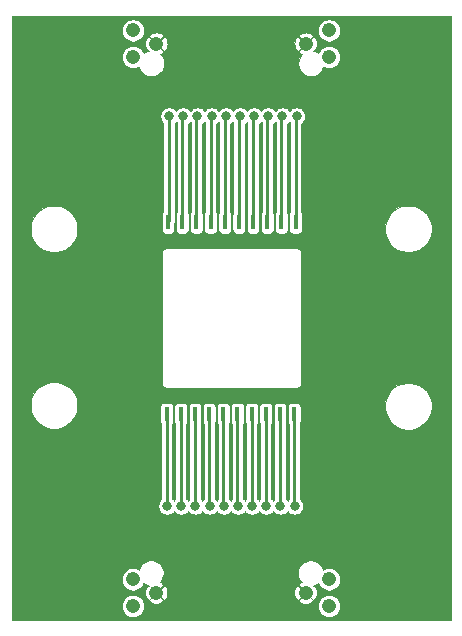
<source format=gbr>
G04 #@! TF.GenerationSoftware,KiCad,Pcbnew,(5.1.0)-1*
G04 #@! TF.CreationDate,2021-08-05T13:01:27-06:00*
G04 #@! TF.ProjectId,_autosave-Igloo19,5f617574-6f73-4617-9665-2d49676c6f6f,rev?*
G04 #@! TF.SameCoordinates,Original*
G04 #@! TF.FileFunction,Copper,L1,Top*
G04 #@! TF.FilePolarity,Positive*
%FSLAX46Y46*%
G04 Gerber Fmt 4.6, Leading zero omitted, Abs format (unit mm)*
G04 Created by KiCad (PCBNEW (5.1.0)-1) date 2021-08-05 13:01:27*
%MOMM*%
%LPD*%
G04 APERTURE LIST*
%ADD10C,1.208000*%
%ADD11R,0.381000X1.250000*%
%ADD12C,0.800000*%
%ADD13C,0.250000*%
%ADD14C,0.100000*%
G04 APERTURE END LIST*
D10*
X185315000Y-52300000D03*
X187290000Y-51180000D03*
X187290000Y-53430000D03*
X172665000Y-52300000D03*
X170690000Y-51180000D03*
X170690000Y-53430000D03*
D11*
X184453500Y-67410000D03*
X183253500Y-67410000D03*
X182053500Y-67410000D03*
X180853500Y-67410000D03*
X179653500Y-67410000D03*
X178453500Y-67410000D03*
X177253500Y-67410000D03*
X176053500Y-67410000D03*
X174853500Y-67410000D03*
X173653500Y-67410000D03*
X173533500Y-83670000D03*
X174733500Y-83670000D03*
X175933500Y-83670000D03*
X177133500Y-83670000D03*
X178333500Y-83670000D03*
X179533500Y-83670000D03*
X180733500Y-83670000D03*
X181933500Y-83670000D03*
X183133500Y-83670000D03*
X184333500Y-83670000D03*
D10*
X172645000Y-98780000D03*
X170670000Y-99900000D03*
X170670000Y-97650000D03*
X185295000Y-98780000D03*
X187270000Y-99900000D03*
X187270000Y-97650000D03*
D12*
X173990000Y-69250000D03*
X176530000Y-69250000D03*
X179070000Y-69250000D03*
X181610000Y-69250000D03*
X184150000Y-69250000D03*
X181610000Y-81950000D03*
X184150000Y-81950000D03*
X179070000Y-81950000D03*
X173990000Y-81950000D03*
X176530000Y-81950000D03*
X185320000Y-70450000D03*
X185320000Y-72990000D03*
X185320000Y-75530000D03*
X185320000Y-78070000D03*
X185320000Y-80610000D03*
X172720000Y-70450000D03*
X172720000Y-80610000D03*
X172720000Y-72990000D03*
X172720000Y-75530000D03*
X172720000Y-78070000D03*
X194310000Y-72390000D03*
X194310000Y-76200000D03*
X194310000Y-80010000D03*
X189230000Y-80010000D03*
X189230000Y-76200000D03*
X189230000Y-72390000D03*
X189230000Y-68580000D03*
X189230000Y-64770000D03*
X189230000Y-60960000D03*
X189230000Y-57150000D03*
X189230000Y-83820000D03*
X189230000Y-87630000D03*
X189230000Y-91440000D03*
X168910000Y-76200000D03*
X168910000Y-72390000D03*
X168910000Y-68580000D03*
X168910000Y-64770000D03*
X168910000Y-60960000D03*
X168910000Y-57150000D03*
X168910000Y-80010000D03*
X168910000Y-83820000D03*
X168910000Y-87630000D03*
X168910000Y-91440000D03*
X163830000Y-87630000D03*
X163830000Y-91440000D03*
X194310000Y-87630000D03*
X194310000Y-91440000D03*
X194310000Y-60960000D03*
X194310000Y-57150000D03*
X163830000Y-57150000D03*
X163830000Y-60960000D03*
X163830000Y-72390000D03*
X163830000Y-76200000D03*
X163830000Y-80010000D03*
X184370000Y-91440000D03*
X183170000Y-91440000D03*
X181970000Y-91440000D03*
X180770000Y-91440000D03*
X179570000Y-91440000D03*
X178370000Y-91440000D03*
X177170000Y-91440000D03*
X175970000Y-91440000D03*
X174770000Y-91440000D03*
X173570000Y-91440000D03*
X177340000Y-58440000D03*
X176140000Y-58440000D03*
X183340000Y-58440000D03*
X182140000Y-58440000D03*
X173740000Y-58440000D03*
X184540000Y-58440000D03*
X179740000Y-58440000D03*
X180940000Y-58440000D03*
X178540000Y-58440000D03*
X174940000Y-58440000D03*
D13*
X173583500Y-91426500D02*
X173570000Y-91440000D01*
X173533500Y-91403500D02*
X173570000Y-91440000D01*
X173533500Y-83670000D02*
X173533500Y-91403500D01*
X174783500Y-91426500D02*
X174770000Y-91440000D01*
X174733500Y-91403500D02*
X174770000Y-91440000D01*
X174733500Y-83670000D02*
X174733500Y-91403500D01*
X175983500Y-91426500D02*
X175970000Y-91440000D01*
X175933500Y-91403500D02*
X175970000Y-91440000D01*
X175933500Y-83670000D02*
X175933500Y-91403500D01*
X177183500Y-91426500D02*
X177170000Y-91440000D01*
X177133500Y-91403500D02*
X177170000Y-91440000D01*
X177133500Y-83670000D02*
X177133500Y-91403500D01*
X178383500Y-91426500D02*
X178370000Y-91440000D01*
X178333500Y-91403500D02*
X178370000Y-91440000D01*
X178333500Y-83670000D02*
X178333500Y-91403500D01*
X179583500Y-91426500D02*
X179570000Y-91440000D01*
X179533500Y-91403500D02*
X179570000Y-91440000D01*
X179533500Y-83670000D02*
X179533500Y-91403500D01*
X180783500Y-91426500D02*
X180770000Y-91440000D01*
X180733500Y-91403500D02*
X180770000Y-91440000D01*
X180733500Y-83670000D02*
X180733500Y-91403500D01*
X181983500Y-91426500D02*
X181970000Y-91440000D01*
X181933500Y-91403500D02*
X181970000Y-91440000D01*
X181933500Y-83670000D02*
X181933500Y-91403500D01*
X183183500Y-91426500D02*
X183170000Y-91440000D01*
X183133500Y-91403500D02*
X183170000Y-91440000D01*
X183133500Y-83670000D02*
X183133500Y-91403500D01*
X184383500Y-91426500D02*
X184370000Y-91440000D01*
X184333500Y-91403500D02*
X184370000Y-91440000D01*
X184333500Y-83670000D02*
X184333500Y-91403500D01*
X184503500Y-58476500D02*
X184540000Y-58440000D01*
X184453500Y-58526500D02*
X184540000Y-58440000D01*
X184453500Y-67410000D02*
X184453500Y-58526500D01*
X183303500Y-58476500D02*
X183340000Y-58440000D01*
X183253500Y-58526500D02*
X183340000Y-58440000D01*
X183253500Y-67410000D02*
X183253500Y-58526500D01*
X182103500Y-58476500D02*
X182140000Y-58440000D01*
X182053500Y-58526500D02*
X182140000Y-58440000D01*
X182053500Y-67410000D02*
X182053500Y-58526500D01*
X180903500Y-58476500D02*
X180940000Y-58440000D01*
X180853500Y-58526500D02*
X180940000Y-58440000D01*
X180853500Y-67410000D02*
X180853500Y-58526500D01*
X179703500Y-58476500D02*
X179740000Y-58440000D01*
X179653500Y-58526500D02*
X179740000Y-58440000D01*
X179653500Y-67410000D02*
X179653500Y-58526500D01*
X178503500Y-58476500D02*
X178540000Y-58440000D01*
X178453500Y-58526500D02*
X178540000Y-58440000D01*
X178453500Y-67410000D02*
X178453500Y-58526500D01*
X177303500Y-58476500D02*
X177340000Y-58440000D01*
X177253500Y-58526500D02*
X177340000Y-58440000D01*
X177253500Y-67410000D02*
X177253500Y-58526500D01*
X176103500Y-58476500D02*
X176140000Y-58440000D01*
X176053500Y-58526500D02*
X176140000Y-58440000D01*
X176053500Y-67410000D02*
X176053500Y-58526500D01*
X174903500Y-58476500D02*
X174940000Y-58440000D01*
X174853500Y-58526500D02*
X174940000Y-58440000D01*
X174853500Y-67410000D02*
X174853500Y-58526500D01*
X173703500Y-58476500D02*
X173740000Y-58440000D01*
X173740000Y-67323500D02*
X173653500Y-67410000D01*
X173740000Y-58440000D02*
X173740000Y-67323500D01*
D14*
G36*
X197590001Y-101120000D02*
G01*
X160410000Y-101120000D01*
X160410000Y-99806039D01*
X169716000Y-99806039D01*
X169716000Y-99993961D01*
X169752662Y-100178272D01*
X169824576Y-100351888D01*
X169928980Y-100508140D01*
X170061860Y-100641020D01*
X170218112Y-100745424D01*
X170391728Y-100817338D01*
X170576039Y-100854000D01*
X170763961Y-100854000D01*
X170948272Y-100817338D01*
X171121888Y-100745424D01*
X171278140Y-100641020D01*
X171411020Y-100508140D01*
X171515424Y-100351888D01*
X171587338Y-100178272D01*
X171624000Y-99993961D01*
X171624000Y-99806039D01*
X186316000Y-99806039D01*
X186316000Y-99993961D01*
X186352662Y-100178272D01*
X186424576Y-100351888D01*
X186528980Y-100508140D01*
X186661860Y-100641020D01*
X186818112Y-100745424D01*
X186991728Y-100817338D01*
X187176039Y-100854000D01*
X187363961Y-100854000D01*
X187548272Y-100817338D01*
X187721888Y-100745424D01*
X187878140Y-100641020D01*
X188011020Y-100508140D01*
X188115424Y-100351888D01*
X188187338Y-100178272D01*
X188224000Y-99993961D01*
X188224000Y-99806039D01*
X188187338Y-99621728D01*
X188115424Y-99448112D01*
X188011020Y-99291860D01*
X187878140Y-99158980D01*
X187721888Y-99054576D01*
X187548272Y-98982662D01*
X187363961Y-98946000D01*
X187176039Y-98946000D01*
X186991728Y-98982662D01*
X186818112Y-99054576D01*
X186661860Y-99158980D01*
X186528980Y-99291860D01*
X186424576Y-99448112D01*
X186352662Y-99621728D01*
X186316000Y-99806039D01*
X171624000Y-99806039D01*
X171587338Y-99621728D01*
X171515424Y-99448112D01*
X171494516Y-99416820D01*
X172050607Y-99416820D01*
X172106086Y-99572790D01*
X172271107Y-99662694D01*
X172450497Y-99718676D01*
X172637361Y-99738586D01*
X172824519Y-99721657D01*
X173004777Y-99668540D01*
X173171210Y-99581279D01*
X173183914Y-99572790D01*
X173239393Y-99416820D01*
X184700607Y-99416820D01*
X184756086Y-99572790D01*
X184921107Y-99662694D01*
X185100497Y-99718676D01*
X185287361Y-99738586D01*
X185474519Y-99721657D01*
X185654777Y-99668540D01*
X185821210Y-99581279D01*
X185833914Y-99572790D01*
X185889393Y-99416820D01*
X185295000Y-98822426D01*
X184700607Y-99416820D01*
X173239393Y-99416820D01*
X172645000Y-98822426D01*
X172050607Y-99416820D01*
X171494516Y-99416820D01*
X171411020Y-99291860D01*
X171278140Y-99158980D01*
X171121888Y-99054576D01*
X170948272Y-98982662D01*
X170763961Y-98946000D01*
X170576039Y-98946000D01*
X170391728Y-98982662D01*
X170218112Y-99054576D01*
X170061860Y-99158980D01*
X169928980Y-99291860D01*
X169824576Y-99448112D01*
X169752662Y-99621728D01*
X169716000Y-99806039D01*
X160410000Y-99806039D01*
X160410000Y-97556039D01*
X169716000Y-97556039D01*
X169716000Y-97743961D01*
X169752662Y-97928272D01*
X169824576Y-98101888D01*
X169928980Y-98258140D01*
X170061860Y-98391020D01*
X170218112Y-98495424D01*
X170391728Y-98567338D01*
X170576039Y-98604000D01*
X170763961Y-98604000D01*
X170948272Y-98567338D01*
X171121888Y-98495424D01*
X171278140Y-98391020D01*
X171411020Y-98258140D01*
X171515424Y-98101888D01*
X171573749Y-97961080D01*
X171710797Y-98052652D01*
X171906434Y-98133688D01*
X171968631Y-98146060D01*
X172008179Y-98185608D01*
X171852210Y-98241086D01*
X171762306Y-98406107D01*
X171706324Y-98585497D01*
X171686414Y-98772361D01*
X171703343Y-98959519D01*
X171756460Y-99139777D01*
X171843721Y-99306210D01*
X171852210Y-99318914D01*
X172008180Y-99374393D01*
X172602574Y-98780000D01*
X172687426Y-98780000D01*
X173281820Y-99374393D01*
X173437790Y-99318914D01*
X173527694Y-99153893D01*
X173583676Y-98974503D01*
X173603586Y-98787639D01*
X173602205Y-98772361D01*
X184336414Y-98772361D01*
X184353343Y-98959519D01*
X184406460Y-99139777D01*
X184493721Y-99306210D01*
X184502210Y-99318914D01*
X184658180Y-99374393D01*
X185252574Y-98780000D01*
X184658180Y-98185607D01*
X184502210Y-98241086D01*
X184412306Y-98406107D01*
X184356324Y-98585497D01*
X184336414Y-98772361D01*
X173602205Y-98772361D01*
X173586657Y-98600481D01*
X173533540Y-98420223D01*
X173446279Y-98253790D01*
X173437790Y-98241086D01*
X173281820Y-98185607D01*
X172687426Y-98780000D01*
X172602574Y-98780000D01*
X172588431Y-98765858D01*
X172630858Y-98723431D01*
X172645000Y-98737574D01*
X173239393Y-98143180D01*
X173183914Y-97987210D01*
X173018893Y-97897306D01*
X172961030Y-97879249D01*
X173055007Y-97785272D01*
X173172652Y-97609203D01*
X173253688Y-97413566D01*
X173295000Y-97205878D01*
X173295000Y-96994122D01*
X184645000Y-96994122D01*
X184645000Y-97205878D01*
X184686312Y-97413566D01*
X184767348Y-97609203D01*
X184884993Y-97785272D01*
X184978445Y-97878724D01*
X184935223Y-97891460D01*
X184768790Y-97978721D01*
X184756086Y-97987210D01*
X184700607Y-98143180D01*
X185295000Y-98737574D01*
X185309142Y-98723431D01*
X185351569Y-98765858D01*
X185337426Y-98780000D01*
X185931820Y-99374393D01*
X186087790Y-99318914D01*
X186177694Y-99153893D01*
X186233676Y-98974503D01*
X186253586Y-98787639D01*
X186236657Y-98600481D01*
X186183540Y-98420223D01*
X186096279Y-98253790D01*
X186087790Y-98241086D01*
X185931821Y-98185608D01*
X185971369Y-98146060D01*
X186033566Y-98133688D01*
X186229203Y-98052652D01*
X186366251Y-97961080D01*
X186424576Y-98101888D01*
X186528980Y-98258140D01*
X186661860Y-98391020D01*
X186818112Y-98495424D01*
X186991728Y-98567338D01*
X187176039Y-98604000D01*
X187363961Y-98604000D01*
X187548272Y-98567338D01*
X187721888Y-98495424D01*
X187878140Y-98391020D01*
X188011020Y-98258140D01*
X188115424Y-98101888D01*
X188187338Y-97928272D01*
X188224000Y-97743961D01*
X188224000Y-97556039D01*
X188187338Y-97371728D01*
X188115424Y-97198112D01*
X188011020Y-97041860D01*
X187878140Y-96908980D01*
X187721888Y-96804576D01*
X187548272Y-96732662D01*
X187363961Y-96696000D01*
X187176039Y-96696000D01*
X186991728Y-96732662D01*
X186818112Y-96804576D01*
X186764431Y-96840444D01*
X186753688Y-96786434D01*
X186672652Y-96590797D01*
X186555007Y-96414728D01*
X186405272Y-96264993D01*
X186229203Y-96147348D01*
X186033566Y-96066312D01*
X185825878Y-96025000D01*
X185614122Y-96025000D01*
X185406434Y-96066312D01*
X185210797Y-96147348D01*
X185034728Y-96264993D01*
X184884993Y-96414728D01*
X184767348Y-96590797D01*
X184686312Y-96786434D01*
X184645000Y-96994122D01*
X173295000Y-96994122D01*
X173253688Y-96786434D01*
X173172652Y-96590797D01*
X173055007Y-96414728D01*
X172905272Y-96264993D01*
X172729203Y-96147348D01*
X172533566Y-96066312D01*
X172325878Y-96025000D01*
X172114122Y-96025000D01*
X171906434Y-96066312D01*
X171710797Y-96147348D01*
X171534728Y-96264993D01*
X171384993Y-96414728D01*
X171267348Y-96590797D01*
X171186312Y-96786434D01*
X171175569Y-96840444D01*
X171121888Y-96804576D01*
X170948272Y-96732662D01*
X170763961Y-96696000D01*
X170576039Y-96696000D01*
X170391728Y-96732662D01*
X170218112Y-96804576D01*
X170061860Y-96908980D01*
X169928980Y-97041860D01*
X169824576Y-97198112D01*
X169752662Y-97371728D01*
X169716000Y-97556039D01*
X160410000Y-97556039D01*
X160410000Y-91366131D01*
X172820000Y-91366131D01*
X172820000Y-91513869D01*
X172848822Y-91658767D01*
X172905359Y-91795258D01*
X172987437Y-91918097D01*
X173091903Y-92022563D01*
X173214742Y-92104641D01*
X173351233Y-92161178D01*
X173496131Y-92190000D01*
X173643869Y-92190000D01*
X173788767Y-92161178D01*
X173925258Y-92104641D01*
X174048097Y-92022563D01*
X174152563Y-91918097D01*
X174170000Y-91892001D01*
X174187437Y-91918097D01*
X174291903Y-92022563D01*
X174414742Y-92104641D01*
X174551233Y-92161178D01*
X174696131Y-92190000D01*
X174843869Y-92190000D01*
X174988767Y-92161178D01*
X175125258Y-92104641D01*
X175248097Y-92022563D01*
X175352563Y-91918097D01*
X175370000Y-91892001D01*
X175387437Y-91918097D01*
X175491903Y-92022563D01*
X175614742Y-92104641D01*
X175751233Y-92161178D01*
X175896131Y-92190000D01*
X176043869Y-92190000D01*
X176188767Y-92161178D01*
X176325258Y-92104641D01*
X176448097Y-92022563D01*
X176552563Y-91918097D01*
X176570000Y-91892001D01*
X176587437Y-91918097D01*
X176691903Y-92022563D01*
X176814742Y-92104641D01*
X176951233Y-92161178D01*
X177096131Y-92190000D01*
X177243869Y-92190000D01*
X177388767Y-92161178D01*
X177525258Y-92104641D01*
X177648097Y-92022563D01*
X177752563Y-91918097D01*
X177770000Y-91892001D01*
X177787437Y-91918097D01*
X177891903Y-92022563D01*
X178014742Y-92104641D01*
X178151233Y-92161178D01*
X178296131Y-92190000D01*
X178443869Y-92190000D01*
X178588767Y-92161178D01*
X178725258Y-92104641D01*
X178848097Y-92022563D01*
X178952563Y-91918097D01*
X178970000Y-91892001D01*
X178987437Y-91918097D01*
X179091903Y-92022563D01*
X179214742Y-92104641D01*
X179351233Y-92161178D01*
X179496131Y-92190000D01*
X179643869Y-92190000D01*
X179788767Y-92161178D01*
X179925258Y-92104641D01*
X180048097Y-92022563D01*
X180152563Y-91918097D01*
X180170000Y-91892001D01*
X180187437Y-91918097D01*
X180291903Y-92022563D01*
X180414742Y-92104641D01*
X180551233Y-92161178D01*
X180696131Y-92190000D01*
X180843869Y-92190000D01*
X180988767Y-92161178D01*
X181125258Y-92104641D01*
X181248097Y-92022563D01*
X181352563Y-91918097D01*
X181370000Y-91892001D01*
X181387437Y-91918097D01*
X181491903Y-92022563D01*
X181614742Y-92104641D01*
X181751233Y-92161178D01*
X181896131Y-92190000D01*
X182043869Y-92190000D01*
X182188767Y-92161178D01*
X182325258Y-92104641D01*
X182448097Y-92022563D01*
X182552563Y-91918097D01*
X182570000Y-91892001D01*
X182587437Y-91918097D01*
X182691903Y-92022563D01*
X182814742Y-92104641D01*
X182951233Y-92161178D01*
X183096131Y-92190000D01*
X183243869Y-92190000D01*
X183388767Y-92161178D01*
X183525258Y-92104641D01*
X183648097Y-92022563D01*
X183752563Y-91918097D01*
X183770000Y-91892001D01*
X183787437Y-91918097D01*
X183891903Y-92022563D01*
X184014742Y-92104641D01*
X184151233Y-92161178D01*
X184296131Y-92190000D01*
X184443869Y-92190000D01*
X184588767Y-92161178D01*
X184725258Y-92104641D01*
X184848097Y-92022563D01*
X184952563Y-91918097D01*
X185034641Y-91795258D01*
X185091178Y-91658767D01*
X185120000Y-91513869D01*
X185120000Y-91366131D01*
X185091178Y-91221233D01*
X185034641Y-91084742D01*
X184952563Y-90961903D01*
X184848097Y-90857437D01*
X184808500Y-90830979D01*
X184808500Y-84500043D01*
X184816422Y-84490390D01*
X184848922Y-84429587D01*
X184868935Y-84363612D01*
X184875693Y-84295000D01*
X184875693Y-83045000D01*
X184868935Y-82976388D01*
X184848922Y-82910413D01*
X184816422Y-82849610D01*
X184772685Y-82796315D01*
X184770827Y-82794790D01*
X192018000Y-82794790D01*
X192018000Y-83185210D01*
X192094167Y-83568128D01*
X192243574Y-83928829D01*
X192460480Y-84253451D01*
X192736549Y-84529520D01*
X193061171Y-84746426D01*
X193421872Y-84895833D01*
X193804790Y-84972000D01*
X194195210Y-84972000D01*
X194578128Y-84895833D01*
X194938829Y-84746426D01*
X195263451Y-84529520D01*
X195539520Y-84253451D01*
X195756426Y-83928829D01*
X195905833Y-83568128D01*
X195982000Y-83185210D01*
X195982000Y-82794790D01*
X195905833Y-82411872D01*
X195756426Y-82051171D01*
X195539520Y-81726549D01*
X195263451Y-81450480D01*
X194938829Y-81233574D01*
X194578128Y-81084167D01*
X194195210Y-81008000D01*
X193804790Y-81008000D01*
X193421872Y-81084167D01*
X193061171Y-81233574D01*
X192736549Y-81450480D01*
X192460480Y-81726549D01*
X192243574Y-82051171D01*
X192094167Y-82411872D01*
X192018000Y-82794790D01*
X184770827Y-82794790D01*
X184719390Y-82752578D01*
X184658587Y-82720078D01*
X184592612Y-82700065D01*
X184524000Y-82693307D01*
X184143000Y-82693307D01*
X184074388Y-82700065D01*
X184008413Y-82720078D01*
X183947610Y-82752578D01*
X183894315Y-82796315D01*
X183850578Y-82849610D01*
X183818078Y-82910413D01*
X183798065Y-82976388D01*
X183791307Y-83045000D01*
X183791307Y-84295000D01*
X183798065Y-84363612D01*
X183818078Y-84429587D01*
X183850578Y-84490390D01*
X183858500Y-84500043D01*
X183858501Y-90890839D01*
X183787437Y-90961903D01*
X183770000Y-90987999D01*
X183752563Y-90961903D01*
X183648097Y-90857437D01*
X183608500Y-90830979D01*
X183608500Y-84500043D01*
X183616422Y-84490390D01*
X183648922Y-84429587D01*
X183668935Y-84363612D01*
X183675693Y-84295000D01*
X183675693Y-83045000D01*
X183668935Y-82976388D01*
X183648922Y-82910413D01*
X183616422Y-82849610D01*
X183572685Y-82796315D01*
X183519390Y-82752578D01*
X183458587Y-82720078D01*
X183392612Y-82700065D01*
X183324000Y-82693307D01*
X182943000Y-82693307D01*
X182874388Y-82700065D01*
X182808413Y-82720078D01*
X182747610Y-82752578D01*
X182694315Y-82796315D01*
X182650578Y-82849610D01*
X182618078Y-82910413D01*
X182598065Y-82976388D01*
X182591307Y-83045000D01*
X182591307Y-84295000D01*
X182598065Y-84363612D01*
X182618078Y-84429587D01*
X182650578Y-84490390D01*
X182658500Y-84500043D01*
X182658501Y-90890839D01*
X182587437Y-90961903D01*
X182570000Y-90987999D01*
X182552563Y-90961903D01*
X182448097Y-90857437D01*
X182408500Y-90830979D01*
X182408500Y-84500043D01*
X182416422Y-84490390D01*
X182448922Y-84429587D01*
X182468935Y-84363612D01*
X182475693Y-84295000D01*
X182475693Y-83045000D01*
X182468935Y-82976388D01*
X182448922Y-82910413D01*
X182416422Y-82849610D01*
X182372685Y-82796315D01*
X182319390Y-82752578D01*
X182258587Y-82720078D01*
X182192612Y-82700065D01*
X182124000Y-82693307D01*
X181743000Y-82693307D01*
X181674388Y-82700065D01*
X181608413Y-82720078D01*
X181547610Y-82752578D01*
X181494315Y-82796315D01*
X181450578Y-82849610D01*
X181418078Y-82910413D01*
X181398065Y-82976388D01*
X181391307Y-83045000D01*
X181391307Y-84295000D01*
X181398065Y-84363612D01*
X181418078Y-84429587D01*
X181450578Y-84490390D01*
X181458500Y-84500043D01*
X181458501Y-90890839D01*
X181387437Y-90961903D01*
X181370000Y-90987999D01*
X181352563Y-90961903D01*
X181248097Y-90857437D01*
X181208500Y-90830979D01*
X181208500Y-84500043D01*
X181216422Y-84490390D01*
X181248922Y-84429587D01*
X181268935Y-84363612D01*
X181275693Y-84295000D01*
X181275693Y-83045000D01*
X181268935Y-82976388D01*
X181248922Y-82910413D01*
X181216422Y-82849610D01*
X181172685Y-82796315D01*
X181119390Y-82752578D01*
X181058587Y-82720078D01*
X180992612Y-82700065D01*
X180924000Y-82693307D01*
X180543000Y-82693307D01*
X180474388Y-82700065D01*
X180408413Y-82720078D01*
X180347610Y-82752578D01*
X180294315Y-82796315D01*
X180250578Y-82849610D01*
X180218078Y-82910413D01*
X180198065Y-82976388D01*
X180191307Y-83045000D01*
X180191307Y-84295000D01*
X180198065Y-84363612D01*
X180218078Y-84429587D01*
X180250578Y-84490390D01*
X180258500Y-84500043D01*
X180258501Y-90890839D01*
X180187437Y-90961903D01*
X180170000Y-90987999D01*
X180152563Y-90961903D01*
X180048097Y-90857437D01*
X180008500Y-90830979D01*
X180008500Y-84500043D01*
X180016422Y-84490390D01*
X180048922Y-84429587D01*
X180068935Y-84363612D01*
X180075693Y-84295000D01*
X180075693Y-83045000D01*
X180068935Y-82976388D01*
X180048922Y-82910413D01*
X180016422Y-82849610D01*
X179972685Y-82796315D01*
X179919390Y-82752578D01*
X179858587Y-82720078D01*
X179792612Y-82700065D01*
X179724000Y-82693307D01*
X179343000Y-82693307D01*
X179274388Y-82700065D01*
X179208413Y-82720078D01*
X179147610Y-82752578D01*
X179094315Y-82796315D01*
X179050578Y-82849610D01*
X179018078Y-82910413D01*
X178998065Y-82976388D01*
X178991307Y-83045000D01*
X178991307Y-84295000D01*
X178998065Y-84363612D01*
X179018078Y-84429587D01*
X179050578Y-84490390D01*
X179058500Y-84500043D01*
X179058501Y-90890839D01*
X178987437Y-90961903D01*
X178970000Y-90987999D01*
X178952563Y-90961903D01*
X178848097Y-90857437D01*
X178808500Y-90830979D01*
X178808500Y-84500043D01*
X178816422Y-84490390D01*
X178848922Y-84429587D01*
X178868935Y-84363612D01*
X178875693Y-84295000D01*
X178875693Y-83045000D01*
X178868935Y-82976388D01*
X178848922Y-82910413D01*
X178816422Y-82849610D01*
X178772685Y-82796315D01*
X178719390Y-82752578D01*
X178658587Y-82720078D01*
X178592612Y-82700065D01*
X178524000Y-82693307D01*
X178143000Y-82693307D01*
X178074388Y-82700065D01*
X178008413Y-82720078D01*
X177947610Y-82752578D01*
X177894315Y-82796315D01*
X177850578Y-82849610D01*
X177818078Y-82910413D01*
X177798065Y-82976388D01*
X177791307Y-83045000D01*
X177791307Y-84295000D01*
X177798065Y-84363612D01*
X177818078Y-84429587D01*
X177850578Y-84490390D01*
X177858500Y-84500043D01*
X177858501Y-90890839D01*
X177787437Y-90961903D01*
X177770000Y-90987999D01*
X177752563Y-90961903D01*
X177648097Y-90857437D01*
X177608500Y-90830979D01*
X177608500Y-84500043D01*
X177616422Y-84490390D01*
X177648922Y-84429587D01*
X177668935Y-84363612D01*
X177675693Y-84295000D01*
X177675693Y-83045000D01*
X177668935Y-82976388D01*
X177648922Y-82910413D01*
X177616422Y-82849610D01*
X177572685Y-82796315D01*
X177519390Y-82752578D01*
X177458587Y-82720078D01*
X177392612Y-82700065D01*
X177324000Y-82693307D01*
X176943000Y-82693307D01*
X176874388Y-82700065D01*
X176808413Y-82720078D01*
X176747610Y-82752578D01*
X176694315Y-82796315D01*
X176650578Y-82849610D01*
X176618078Y-82910413D01*
X176598065Y-82976388D01*
X176591307Y-83045000D01*
X176591307Y-84295000D01*
X176598065Y-84363612D01*
X176618078Y-84429587D01*
X176650578Y-84490390D01*
X176658500Y-84500043D01*
X176658501Y-90890839D01*
X176587437Y-90961903D01*
X176570000Y-90987999D01*
X176552563Y-90961903D01*
X176448097Y-90857437D01*
X176408500Y-90830979D01*
X176408500Y-84500043D01*
X176416422Y-84490390D01*
X176448922Y-84429587D01*
X176468935Y-84363612D01*
X176475693Y-84295000D01*
X176475693Y-83045000D01*
X176468935Y-82976388D01*
X176448922Y-82910413D01*
X176416422Y-82849610D01*
X176372685Y-82796315D01*
X176319390Y-82752578D01*
X176258587Y-82720078D01*
X176192612Y-82700065D01*
X176124000Y-82693307D01*
X175743000Y-82693307D01*
X175674388Y-82700065D01*
X175608413Y-82720078D01*
X175547610Y-82752578D01*
X175494315Y-82796315D01*
X175450578Y-82849610D01*
X175418078Y-82910413D01*
X175398065Y-82976388D01*
X175391307Y-83045000D01*
X175391307Y-84295000D01*
X175398065Y-84363612D01*
X175418078Y-84429587D01*
X175450578Y-84490390D01*
X175458500Y-84500043D01*
X175458501Y-90890839D01*
X175387437Y-90961903D01*
X175370000Y-90987999D01*
X175352563Y-90961903D01*
X175248097Y-90857437D01*
X175208500Y-90830979D01*
X175208500Y-84500043D01*
X175216422Y-84490390D01*
X175248922Y-84429587D01*
X175268935Y-84363612D01*
X175275693Y-84295000D01*
X175275693Y-83045000D01*
X175268935Y-82976388D01*
X175248922Y-82910413D01*
X175216422Y-82849610D01*
X175172685Y-82796315D01*
X175119390Y-82752578D01*
X175058587Y-82720078D01*
X174992612Y-82700065D01*
X174924000Y-82693307D01*
X174543000Y-82693307D01*
X174474388Y-82700065D01*
X174408413Y-82720078D01*
X174347610Y-82752578D01*
X174294315Y-82796315D01*
X174250578Y-82849610D01*
X174218078Y-82910413D01*
X174198065Y-82976388D01*
X174191307Y-83045000D01*
X174191307Y-84295000D01*
X174198065Y-84363612D01*
X174218078Y-84429587D01*
X174250578Y-84490390D01*
X174258500Y-84500043D01*
X174258501Y-90890839D01*
X174187437Y-90961903D01*
X174170000Y-90987999D01*
X174152563Y-90961903D01*
X174048097Y-90857437D01*
X174008500Y-90830979D01*
X174008500Y-84500043D01*
X174016422Y-84490390D01*
X174048922Y-84429587D01*
X174068935Y-84363612D01*
X174075693Y-84295000D01*
X174075693Y-83045000D01*
X174068935Y-82976388D01*
X174048922Y-82910413D01*
X174016422Y-82849610D01*
X173972685Y-82796315D01*
X173919390Y-82752578D01*
X173858587Y-82720078D01*
X173792612Y-82700065D01*
X173724000Y-82693307D01*
X173343000Y-82693307D01*
X173274388Y-82700065D01*
X173208413Y-82720078D01*
X173147610Y-82752578D01*
X173094315Y-82796315D01*
X173050578Y-82849610D01*
X173018078Y-82910413D01*
X172998065Y-82976388D01*
X172991307Y-83045000D01*
X172991307Y-84295000D01*
X172998065Y-84363612D01*
X173018078Y-84429587D01*
X173050578Y-84490390D01*
X173058500Y-84500043D01*
X173058501Y-90890839D01*
X172987437Y-90961903D01*
X172905359Y-91084742D01*
X172848822Y-91221233D01*
X172820000Y-91366131D01*
X160410000Y-91366131D01*
X160410000Y-82724790D01*
X162018000Y-82724790D01*
X162018000Y-83115210D01*
X162094167Y-83498128D01*
X162243574Y-83858829D01*
X162460480Y-84183451D01*
X162736549Y-84459520D01*
X163061171Y-84676426D01*
X163421872Y-84825833D01*
X163804790Y-84902000D01*
X164195210Y-84902000D01*
X164578128Y-84825833D01*
X164938829Y-84676426D01*
X165263451Y-84459520D01*
X165539520Y-84183451D01*
X165756426Y-83858829D01*
X165905833Y-83498128D01*
X165982000Y-83115210D01*
X165982000Y-82724790D01*
X165905833Y-82341872D01*
X165756426Y-81981171D01*
X165539520Y-81656549D01*
X165263451Y-81380480D01*
X164938829Y-81163574D01*
X164578128Y-81014167D01*
X164195210Y-80938000D01*
X163804790Y-80938000D01*
X163421872Y-81014167D01*
X163061171Y-81163574D01*
X162736549Y-81380480D01*
X162460480Y-81656549D01*
X162243574Y-81981171D01*
X162094167Y-82341872D01*
X162018000Y-82724790D01*
X160410000Y-82724790D01*
X160410000Y-70030000D01*
X173103017Y-70030000D01*
X173105000Y-70050134D01*
X173105001Y-81009856D01*
X173103017Y-81030000D01*
X173110933Y-81110374D01*
X173134377Y-81187659D01*
X173172449Y-81258885D01*
X173223684Y-81321316D01*
X173286115Y-81372551D01*
X173357341Y-81410623D01*
X173434626Y-81434067D01*
X173494866Y-81440000D01*
X173515000Y-81441983D01*
X173535134Y-81440000D01*
X184494866Y-81440000D01*
X184515000Y-81441983D01*
X184535134Y-81440000D01*
X184595374Y-81434067D01*
X184672659Y-81410623D01*
X184743885Y-81372551D01*
X184806316Y-81321316D01*
X184857551Y-81258885D01*
X184895623Y-81187659D01*
X184919067Y-81110374D01*
X184926983Y-81030000D01*
X184925000Y-81009866D01*
X184925000Y-70050134D01*
X184926983Y-70030000D01*
X184919067Y-69949626D01*
X184895623Y-69872341D01*
X184857551Y-69801115D01*
X184806316Y-69738684D01*
X184743885Y-69687449D01*
X184672659Y-69649377D01*
X184595374Y-69625933D01*
X184535134Y-69620000D01*
X184515000Y-69618017D01*
X184494866Y-69620000D01*
X173535134Y-69620000D01*
X173515000Y-69618017D01*
X173494866Y-69620000D01*
X173434626Y-69625933D01*
X173357341Y-69649377D01*
X173286115Y-69687449D01*
X173223684Y-69738684D01*
X173172449Y-69801115D01*
X173134377Y-69872341D01*
X173110933Y-69949626D01*
X173103017Y-70030000D01*
X160410000Y-70030000D01*
X160410000Y-67794790D01*
X162018000Y-67794790D01*
X162018000Y-68185210D01*
X162094167Y-68568128D01*
X162243574Y-68928829D01*
X162460480Y-69253451D01*
X162736549Y-69529520D01*
X163061171Y-69746426D01*
X163421872Y-69895833D01*
X163804790Y-69972000D01*
X164195210Y-69972000D01*
X164578128Y-69895833D01*
X164938829Y-69746426D01*
X165263451Y-69529520D01*
X165539520Y-69253451D01*
X165756426Y-68928829D01*
X165905833Y-68568128D01*
X165982000Y-68185210D01*
X165982000Y-67794790D01*
X165905833Y-67411872D01*
X165756426Y-67051171D01*
X165539520Y-66726549D01*
X165263451Y-66450480D01*
X164938829Y-66233574D01*
X164578128Y-66084167D01*
X164195210Y-66008000D01*
X163804790Y-66008000D01*
X163421872Y-66084167D01*
X163061171Y-66233574D01*
X162736549Y-66450480D01*
X162460480Y-66726549D01*
X162243574Y-67051171D01*
X162094167Y-67411872D01*
X162018000Y-67794790D01*
X160410000Y-67794790D01*
X160410000Y-58366131D01*
X172990000Y-58366131D01*
X172990000Y-58513869D01*
X173018822Y-58658767D01*
X173075359Y-58795258D01*
X173157437Y-58918097D01*
X173261903Y-59022563D01*
X173265000Y-59024632D01*
X173265001Y-66494719D01*
X173214315Y-66536315D01*
X173170578Y-66589610D01*
X173138078Y-66650413D01*
X173118065Y-66716388D01*
X173111307Y-66785000D01*
X173111307Y-68035000D01*
X173118065Y-68103612D01*
X173138078Y-68169587D01*
X173170578Y-68230390D01*
X173214315Y-68283685D01*
X173267610Y-68327422D01*
X173328413Y-68359922D01*
X173394388Y-68379935D01*
X173463000Y-68386693D01*
X173844000Y-68386693D01*
X173912612Y-68379935D01*
X173978587Y-68359922D01*
X174039390Y-68327422D01*
X174092685Y-68283685D01*
X174136422Y-68230390D01*
X174168922Y-68169587D01*
X174188935Y-68103612D01*
X174195693Y-68035000D01*
X174195693Y-67457605D01*
X174208127Y-67416616D01*
X174215000Y-67346832D01*
X174215000Y-67346831D01*
X174217298Y-67323501D01*
X174215000Y-67300171D01*
X174215000Y-59024632D01*
X174218097Y-59022563D01*
X174322563Y-58918097D01*
X174340000Y-58892001D01*
X174357437Y-58918097D01*
X174378501Y-58939161D01*
X174378500Y-66579957D01*
X174370578Y-66589610D01*
X174338078Y-66650413D01*
X174318065Y-66716388D01*
X174311307Y-66785000D01*
X174311307Y-68035000D01*
X174318065Y-68103612D01*
X174338078Y-68169587D01*
X174370578Y-68230390D01*
X174414315Y-68283685D01*
X174467610Y-68327422D01*
X174528413Y-68359922D01*
X174594388Y-68379935D01*
X174663000Y-68386693D01*
X175044000Y-68386693D01*
X175112612Y-68379935D01*
X175178587Y-68359922D01*
X175239390Y-68327422D01*
X175292685Y-68283685D01*
X175336422Y-68230390D01*
X175368922Y-68169587D01*
X175388935Y-68103612D01*
X175395693Y-68035000D01*
X175395693Y-66785000D01*
X175388935Y-66716388D01*
X175368922Y-66650413D01*
X175336422Y-66589610D01*
X175328500Y-66579957D01*
X175328500Y-59082430D01*
X175418097Y-59022563D01*
X175522563Y-58918097D01*
X175540000Y-58892001D01*
X175557437Y-58918097D01*
X175578501Y-58939161D01*
X175578500Y-66579957D01*
X175570578Y-66589610D01*
X175538078Y-66650413D01*
X175518065Y-66716388D01*
X175511307Y-66785000D01*
X175511307Y-68035000D01*
X175518065Y-68103612D01*
X175538078Y-68169587D01*
X175570578Y-68230390D01*
X175614315Y-68283685D01*
X175667610Y-68327422D01*
X175728413Y-68359922D01*
X175794388Y-68379935D01*
X175863000Y-68386693D01*
X176244000Y-68386693D01*
X176312612Y-68379935D01*
X176378587Y-68359922D01*
X176439390Y-68327422D01*
X176492685Y-68283685D01*
X176536422Y-68230390D01*
X176568922Y-68169587D01*
X176588935Y-68103612D01*
X176595693Y-68035000D01*
X176595693Y-66785000D01*
X176588935Y-66716388D01*
X176568922Y-66650413D01*
X176536422Y-66589610D01*
X176528500Y-66579957D01*
X176528500Y-59082430D01*
X176618097Y-59022563D01*
X176722563Y-58918097D01*
X176740000Y-58892001D01*
X176757437Y-58918097D01*
X176778501Y-58939161D01*
X176778500Y-66579957D01*
X176770578Y-66589610D01*
X176738078Y-66650413D01*
X176718065Y-66716388D01*
X176711307Y-66785000D01*
X176711307Y-68035000D01*
X176718065Y-68103612D01*
X176738078Y-68169587D01*
X176770578Y-68230390D01*
X176814315Y-68283685D01*
X176867610Y-68327422D01*
X176928413Y-68359922D01*
X176994388Y-68379935D01*
X177063000Y-68386693D01*
X177444000Y-68386693D01*
X177512612Y-68379935D01*
X177578587Y-68359922D01*
X177639390Y-68327422D01*
X177692685Y-68283685D01*
X177736422Y-68230390D01*
X177768922Y-68169587D01*
X177788935Y-68103612D01*
X177795693Y-68035000D01*
X177795693Y-66785000D01*
X177788935Y-66716388D01*
X177768922Y-66650413D01*
X177736422Y-66589610D01*
X177728500Y-66579957D01*
X177728500Y-59082430D01*
X177818097Y-59022563D01*
X177922563Y-58918097D01*
X177940000Y-58892001D01*
X177957437Y-58918097D01*
X177978501Y-58939161D01*
X177978500Y-66579957D01*
X177970578Y-66589610D01*
X177938078Y-66650413D01*
X177918065Y-66716388D01*
X177911307Y-66785000D01*
X177911307Y-68035000D01*
X177918065Y-68103612D01*
X177938078Y-68169587D01*
X177970578Y-68230390D01*
X178014315Y-68283685D01*
X178067610Y-68327422D01*
X178128413Y-68359922D01*
X178194388Y-68379935D01*
X178263000Y-68386693D01*
X178644000Y-68386693D01*
X178712612Y-68379935D01*
X178778587Y-68359922D01*
X178839390Y-68327422D01*
X178892685Y-68283685D01*
X178936422Y-68230390D01*
X178968922Y-68169587D01*
X178988935Y-68103612D01*
X178995693Y-68035000D01*
X178995693Y-66785000D01*
X178988935Y-66716388D01*
X178968922Y-66650413D01*
X178936422Y-66589610D01*
X178928500Y-66579957D01*
X178928500Y-59082430D01*
X179018097Y-59022563D01*
X179122563Y-58918097D01*
X179140000Y-58892001D01*
X179157437Y-58918097D01*
X179178501Y-58939161D01*
X179178500Y-66579957D01*
X179170578Y-66589610D01*
X179138078Y-66650413D01*
X179118065Y-66716388D01*
X179111307Y-66785000D01*
X179111307Y-68035000D01*
X179118065Y-68103612D01*
X179138078Y-68169587D01*
X179170578Y-68230390D01*
X179214315Y-68283685D01*
X179267610Y-68327422D01*
X179328413Y-68359922D01*
X179394388Y-68379935D01*
X179463000Y-68386693D01*
X179844000Y-68386693D01*
X179912612Y-68379935D01*
X179978587Y-68359922D01*
X180039390Y-68327422D01*
X180092685Y-68283685D01*
X180136422Y-68230390D01*
X180168922Y-68169587D01*
X180188935Y-68103612D01*
X180195693Y-68035000D01*
X180195693Y-66785000D01*
X180188935Y-66716388D01*
X180168922Y-66650413D01*
X180136422Y-66589610D01*
X180128500Y-66579957D01*
X180128500Y-59082430D01*
X180218097Y-59022563D01*
X180322563Y-58918097D01*
X180340000Y-58892001D01*
X180357437Y-58918097D01*
X180378501Y-58939161D01*
X180378500Y-66579957D01*
X180370578Y-66589610D01*
X180338078Y-66650413D01*
X180318065Y-66716388D01*
X180311307Y-66785000D01*
X180311307Y-68035000D01*
X180318065Y-68103612D01*
X180338078Y-68169587D01*
X180370578Y-68230390D01*
X180414315Y-68283685D01*
X180467610Y-68327422D01*
X180528413Y-68359922D01*
X180594388Y-68379935D01*
X180663000Y-68386693D01*
X181044000Y-68386693D01*
X181112612Y-68379935D01*
X181178587Y-68359922D01*
X181239390Y-68327422D01*
X181292685Y-68283685D01*
X181336422Y-68230390D01*
X181368922Y-68169587D01*
X181388935Y-68103612D01*
X181395693Y-68035000D01*
X181395693Y-66785000D01*
X181388935Y-66716388D01*
X181368922Y-66650413D01*
X181336422Y-66589610D01*
X181328500Y-66579957D01*
X181328500Y-59082430D01*
X181418097Y-59022563D01*
X181522563Y-58918097D01*
X181540000Y-58892001D01*
X181557437Y-58918097D01*
X181578501Y-58939161D01*
X181578500Y-66579957D01*
X181570578Y-66589610D01*
X181538078Y-66650413D01*
X181518065Y-66716388D01*
X181511307Y-66785000D01*
X181511307Y-68035000D01*
X181518065Y-68103612D01*
X181538078Y-68169587D01*
X181570578Y-68230390D01*
X181614315Y-68283685D01*
X181667610Y-68327422D01*
X181728413Y-68359922D01*
X181794388Y-68379935D01*
X181863000Y-68386693D01*
X182244000Y-68386693D01*
X182312612Y-68379935D01*
X182378587Y-68359922D01*
X182439390Y-68327422D01*
X182492685Y-68283685D01*
X182536422Y-68230390D01*
X182568922Y-68169587D01*
X182588935Y-68103612D01*
X182595693Y-68035000D01*
X182595693Y-66785000D01*
X182588935Y-66716388D01*
X182568922Y-66650413D01*
X182536422Y-66589610D01*
X182528500Y-66579957D01*
X182528500Y-59082430D01*
X182618097Y-59022563D01*
X182722563Y-58918097D01*
X182740000Y-58892001D01*
X182757437Y-58918097D01*
X182778501Y-58939161D01*
X182778500Y-66579957D01*
X182770578Y-66589610D01*
X182738078Y-66650413D01*
X182718065Y-66716388D01*
X182711307Y-66785000D01*
X182711307Y-68035000D01*
X182718065Y-68103612D01*
X182738078Y-68169587D01*
X182770578Y-68230390D01*
X182814315Y-68283685D01*
X182867610Y-68327422D01*
X182928413Y-68359922D01*
X182994388Y-68379935D01*
X183063000Y-68386693D01*
X183444000Y-68386693D01*
X183512612Y-68379935D01*
X183578587Y-68359922D01*
X183639390Y-68327422D01*
X183692685Y-68283685D01*
X183736422Y-68230390D01*
X183768922Y-68169587D01*
X183788935Y-68103612D01*
X183795693Y-68035000D01*
X183795693Y-66785000D01*
X183788935Y-66716388D01*
X183768922Y-66650413D01*
X183736422Y-66589610D01*
X183728500Y-66579957D01*
X183728500Y-59082430D01*
X183818097Y-59022563D01*
X183922563Y-58918097D01*
X183940000Y-58892001D01*
X183957437Y-58918097D01*
X183978501Y-58939161D01*
X183978500Y-66579957D01*
X183970578Y-66589610D01*
X183938078Y-66650413D01*
X183918065Y-66716388D01*
X183911307Y-66785000D01*
X183911307Y-68035000D01*
X183918065Y-68103612D01*
X183938078Y-68169587D01*
X183970578Y-68230390D01*
X184014315Y-68283685D01*
X184067610Y-68327422D01*
X184128413Y-68359922D01*
X184194388Y-68379935D01*
X184263000Y-68386693D01*
X184644000Y-68386693D01*
X184712612Y-68379935D01*
X184778587Y-68359922D01*
X184839390Y-68327422D01*
X184892685Y-68283685D01*
X184936422Y-68230390D01*
X184968922Y-68169587D01*
X184988935Y-68103612D01*
X184995693Y-68035000D01*
X184995693Y-67794790D01*
X192018000Y-67794790D01*
X192018000Y-68185210D01*
X192094167Y-68568128D01*
X192243574Y-68928829D01*
X192460480Y-69253451D01*
X192736549Y-69529520D01*
X193061171Y-69746426D01*
X193421872Y-69895833D01*
X193804790Y-69972000D01*
X194195210Y-69972000D01*
X194578128Y-69895833D01*
X194938829Y-69746426D01*
X195263451Y-69529520D01*
X195539520Y-69253451D01*
X195756426Y-68928829D01*
X195905833Y-68568128D01*
X195982000Y-68185210D01*
X195982000Y-67794790D01*
X195905833Y-67411872D01*
X195756426Y-67051171D01*
X195539520Y-66726549D01*
X195263451Y-66450480D01*
X194938829Y-66233574D01*
X194578128Y-66084167D01*
X194195210Y-66008000D01*
X193804790Y-66008000D01*
X193421872Y-66084167D01*
X193061171Y-66233574D01*
X192736549Y-66450480D01*
X192460480Y-66726549D01*
X192243574Y-67051171D01*
X192094167Y-67411872D01*
X192018000Y-67794790D01*
X184995693Y-67794790D01*
X184995693Y-66785000D01*
X184988935Y-66716388D01*
X184968922Y-66650413D01*
X184936422Y-66589610D01*
X184928500Y-66579957D01*
X184928500Y-59082430D01*
X185018097Y-59022563D01*
X185122563Y-58918097D01*
X185204641Y-58795258D01*
X185261178Y-58658767D01*
X185290000Y-58513869D01*
X185290000Y-58366131D01*
X185261178Y-58221233D01*
X185204641Y-58084742D01*
X185122563Y-57961903D01*
X185018097Y-57857437D01*
X184895258Y-57775359D01*
X184758767Y-57718822D01*
X184613869Y-57690000D01*
X184466131Y-57690000D01*
X184321233Y-57718822D01*
X184184742Y-57775359D01*
X184061903Y-57857437D01*
X183957437Y-57961903D01*
X183940000Y-57987999D01*
X183922563Y-57961903D01*
X183818097Y-57857437D01*
X183695258Y-57775359D01*
X183558767Y-57718822D01*
X183413869Y-57690000D01*
X183266131Y-57690000D01*
X183121233Y-57718822D01*
X182984742Y-57775359D01*
X182861903Y-57857437D01*
X182757437Y-57961903D01*
X182740000Y-57987999D01*
X182722563Y-57961903D01*
X182618097Y-57857437D01*
X182495258Y-57775359D01*
X182358767Y-57718822D01*
X182213869Y-57690000D01*
X182066131Y-57690000D01*
X181921233Y-57718822D01*
X181784742Y-57775359D01*
X181661903Y-57857437D01*
X181557437Y-57961903D01*
X181540000Y-57987999D01*
X181522563Y-57961903D01*
X181418097Y-57857437D01*
X181295258Y-57775359D01*
X181158767Y-57718822D01*
X181013869Y-57690000D01*
X180866131Y-57690000D01*
X180721233Y-57718822D01*
X180584742Y-57775359D01*
X180461903Y-57857437D01*
X180357437Y-57961903D01*
X180340000Y-57987999D01*
X180322563Y-57961903D01*
X180218097Y-57857437D01*
X180095258Y-57775359D01*
X179958767Y-57718822D01*
X179813869Y-57690000D01*
X179666131Y-57690000D01*
X179521233Y-57718822D01*
X179384742Y-57775359D01*
X179261903Y-57857437D01*
X179157437Y-57961903D01*
X179140000Y-57987999D01*
X179122563Y-57961903D01*
X179018097Y-57857437D01*
X178895258Y-57775359D01*
X178758767Y-57718822D01*
X178613869Y-57690000D01*
X178466131Y-57690000D01*
X178321233Y-57718822D01*
X178184742Y-57775359D01*
X178061903Y-57857437D01*
X177957437Y-57961903D01*
X177940000Y-57987999D01*
X177922563Y-57961903D01*
X177818097Y-57857437D01*
X177695258Y-57775359D01*
X177558767Y-57718822D01*
X177413869Y-57690000D01*
X177266131Y-57690000D01*
X177121233Y-57718822D01*
X176984742Y-57775359D01*
X176861903Y-57857437D01*
X176757437Y-57961903D01*
X176740000Y-57987999D01*
X176722563Y-57961903D01*
X176618097Y-57857437D01*
X176495258Y-57775359D01*
X176358767Y-57718822D01*
X176213869Y-57690000D01*
X176066131Y-57690000D01*
X175921233Y-57718822D01*
X175784742Y-57775359D01*
X175661903Y-57857437D01*
X175557437Y-57961903D01*
X175540000Y-57987999D01*
X175522563Y-57961903D01*
X175418097Y-57857437D01*
X175295258Y-57775359D01*
X175158767Y-57718822D01*
X175013869Y-57690000D01*
X174866131Y-57690000D01*
X174721233Y-57718822D01*
X174584742Y-57775359D01*
X174461903Y-57857437D01*
X174357437Y-57961903D01*
X174340000Y-57987999D01*
X174322563Y-57961903D01*
X174218097Y-57857437D01*
X174095258Y-57775359D01*
X173958767Y-57718822D01*
X173813869Y-57690000D01*
X173666131Y-57690000D01*
X173521233Y-57718822D01*
X173384742Y-57775359D01*
X173261903Y-57857437D01*
X173157437Y-57961903D01*
X173075359Y-58084742D01*
X173018822Y-58221233D01*
X172990000Y-58366131D01*
X160410000Y-58366131D01*
X160410000Y-53336039D01*
X169736000Y-53336039D01*
X169736000Y-53523961D01*
X169772662Y-53708272D01*
X169844576Y-53881888D01*
X169948980Y-54038140D01*
X170081860Y-54171020D01*
X170238112Y-54275424D01*
X170411728Y-54347338D01*
X170596039Y-54384000D01*
X170783961Y-54384000D01*
X170968272Y-54347338D01*
X171141888Y-54275424D01*
X171195569Y-54239556D01*
X171206312Y-54293566D01*
X171287348Y-54489203D01*
X171404993Y-54665272D01*
X171554728Y-54815007D01*
X171730797Y-54932652D01*
X171926434Y-55013688D01*
X172134122Y-55055000D01*
X172345878Y-55055000D01*
X172553566Y-55013688D01*
X172749203Y-54932652D01*
X172925272Y-54815007D01*
X173075007Y-54665272D01*
X173192652Y-54489203D01*
X173273688Y-54293566D01*
X173315000Y-54085878D01*
X173315000Y-53874122D01*
X184665000Y-53874122D01*
X184665000Y-54085878D01*
X184706312Y-54293566D01*
X184787348Y-54489203D01*
X184904993Y-54665272D01*
X185054728Y-54815007D01*
X185230797Y-54932652D01*
X185426434Y-55013688D01*
X185634122Y-55055000D01*
X185845878Y-55055000D01*
X186053566Y-55013688D01*
X186249203Y-54932652D01*
X186425272Y-54815007D01*
X186575007Y-54665272D01*
X186692652Y-54489203D01*
X186773688Y-54293566D01*
X186784431Y-54239556D01*
X186838112Y-54275424D01*
X187011728Y-54347338D01*
X187196039Y-54384000D01*
X187383961Y-54384000D01*
X187568272Y-54347338D01*
X187741888Y-54275424D01*
X187898140Y-54171020D01*
X188031020Y-54038140D01*
X188135424Y-53881888D01*
X188207338Y-53708272D01*
X188244000Y-53523961D01*
X188244000Y-53336039D01*
X188207338Y-53151728D01*
X188135424Y-52978112D01*
X188031020Y-52821860D01*
X187898140Y-52688980D01*
X187741888Y-52584576D01*
X187568272Y-52512662D01*
X187383961Y-52476000D01*
X187196039Y-52476000D01*
X187011728Y-52512662D01*
X186838112Y-52584576D01*
X186681860Y-52688980D01*
X186548980Y-52821860D01*
X186444576Y-52978112D01*
X186386251Y-53118920D01*
X186249203Y-53027348D01*
X186053566Y-52946312D01*
X185991369Y-52933940D01*
X185951821Y-52894392D01*
X186107790Y-52838914D01*
X186197694Y-52673893D01*
X186253676Y-52494503D01*
X186273586Y-52307639D01*
X186256657Y-52120481D01*
X186203540Y-51940223D01*
X186116279Y-51773790D01*
X186107790Y-51761086D01*
X185951820Y-51705607D01*
X185357426Y-52300000D01*
X185371569Y-52314142D01*
X185329142Y-52356569D01*
X185315000Y-52342426D01*
X184720607Y-52936820D01*
X184776086Y-53092790D01*
X184941107Y-53182694D01*
X184998970Y-53200751D01*
X184904993Y-53294728D01*
X184787348Y-53470797D01*
X184706312Y-53666434D01*
X184665000Y-53874122D01*
X173315000Y-53874122D01*
X173273688Y-53666434D01*
X173192652Y-53470797D01*
X173075007Y-53294728D01*
X172981555Y-53201276D01*
X173024777Y-53188540D01*
X173191210Y-53101279D01*
X173203914Y-53092790D01*
X173259393Y-52936820D01*
X172665000Y-52342426D01*
X172650858Y-52356569D01*
X172608431Y-52314142D01*
X172622574Y-52300000D01*
X172707426Y-52300000D01*
X173301820Y-52894393D01*
X173457790Y-52838914D01*
X173547694Y-52673893D01*
X173603676Y-52494503D01*
X173623586Y-52307639D01*
X173622205Y-52292361D01*
X184356414Y-52292361D01*
X184373343Y-52479519D01*
X184426460Y-52659777D01*
X184513721Y-52826210D01*
X184522210Y-52838914D01*
X184678180Y-52894393D01*
X185272574Y-52300000D01*
X184678180Y-51705607D01*
X184522210Y-51761086D01*
X184432306Y-51926107D01*
X184376324Y-52105497D01*
X184356414Y-52292361D01*
X173622205Y-52292361D01*
X173606657Y-52120481D01*
X173553540Y-51940223D01*
X173466279Y-51773790D01*
X173457790Y-51761086D01*
X173301820Y-51705607D01*
X172707426Y-52300000D01*
X172622574Y-52300000D01*
X172028180Y-51705607D01*
X171872210Y-51761086D01*
X171782306Y-51926107D01*
X171726324Y-52105497D01*
X171706414Y-52292361D01*
X171723343Y-52479519D01*
X171776460Y-52659777D01*
X171863721Y-52826210D01*
X171872210Y-52838914D01*
X172028179Y-52894392D01*
X171988631Y-52933940D01*
X171926434Y-52946312D01*
X171730797Y-53027348D01*
X171593749Y-53118920D01*
X171535424Y-52978112D01*
X171431020Y-52821860D01*
X171298140Y-52688980D01*
X171141888Y-52584576D01*
X170968272Y-52512662D01*
X170783961Y-52476000D01*
X170596039Y-52476000D01*
X170411728Y-52512662D01*
X170238112Y-52584576D01*
X170081860Y-52688980D01*
X169948980Y-52821860D01*
X169844576Y-52978112D01*
X169772662Y-53151728D01*
X169736000Y-53336039D01*
X160410000Y-53336039D01*
X160410000Y-51086039D01*
X169736000Y-51086039D01*
X169736000Y-51273961D01*
X169772662Y-51458272D01*
X169844576Y-51631888D01*
X169948980Y-51788140D01*
X170081860Y-51921020D01*
X170238112Y-52025424D01*
X170411728Y-52097338D01*
X170596039Y-52134000D01*
X170783961Y-52134000D01*
X170968272Y-52097338D01*
X171141888Y-52025424D01*
X171298140Y-51921020D01*
X171431020Y-51788140D01*
X171514515Y-51663180D01*
X172070607Y-51663180D01*
X172665000Y-52257574D01*
X173259393Y-51663180D01*
X184720607Y-51663180D01*
X185315000Y-52257574D01*
X185909393Y-51663180D01*
X185853914Y-51507210D01*
X185688893Y-51417306D01*
X185509503Y-51361324D01*
X185322639Y-51341414D01*
X185135481Y-51358343D01*
X184955223Y-51411460D01*
X184788790Y-51498721D01*
X184776086Y-51507210D01*
X184720607Y-51663180D01*
X173259393Y-51663180D01*
X173203914Y-51507210D01*
X173038893Y-51417306D01*
X172859503Y-51361324D01*
X172672639Y-51341414D01*
X172485481Y-51358343D01*
X172305223Y-51411460D01*
X172138790Y-51498721D01*
X172126086Y-51507210D01*
X172070607Y-51663180D01*
X171514515Y-51663180D01*
X171535424Y-51631888D01*
X171607338Y-51458272D01*
X171644000Y-51273961D01*
X171644000Y-51086039D01*
X186336000Y-51086039D01*
X186336000Y-51273961D01*
X186372662Y-51458272D01*
X186444576Y-51631888D01*
X186548980Y-51788140D01*
X186681860Y-51921020D01*
X186838112Y-52025424D01*
X187011728Y-52097338D01*
X187196039Y-52134000D01*
X187383961Y-52134000D01*
X187568272Y-52097338D01*
X187741888Y-52025424D01*
X187898140Y-51921020D01*
X188031020Y-51788140D01*
X188135424Y-51631888D01*
X188207338Y-51458272D01*
X188244000Y-51273961D01*
X188244000Y-51086039D01*
X188207338Y-50901728D01*
X188135424Y-50728112D01*
X188031020Y-50571860D01*
X187898140Y-50438980D01*
X187741888Y-50334576D01*
X187568272Y-50262662D01*
X187383961Y-50226000D01*
X187196039Y-50226000D01*
X187011728Y-50262662D01*
X186838112Y-50334576D01*
X186681860Y-50438980D01*
X186548980Y-50571860D01*
X186444576Y-50728112D01*
X186372662Y-50901728D01*
X186336000Y-51086039D01*
X171644000Y-51086039D01*
X171607338Y-50901728D01*
X171535424Y-50728112D01*
X171431020Y-50571860D01*
X171298140Y-50438980D01*
X171141888Y-50334576D01*
X170968272Y-50262662D01*
X170783961Y-50226000D01*
X170596039Y-50226000D01*
X170411728Y-50262662D01*
X170238112Y-50334576D01*
X170081860Y-50438980D01*
X169948980Y-50571860D01*
X169844576Y-50728112D01*
X169772662Y-50901728D01*
X169736000Y-51086039D01*
X160410000Y-51086039D01*
X160410000Y-49940000D01*
X197590000Y-49940000D01*
X197590001Y-101120000D01*
X197590001Y-101120000D01*
G37*
X197590001Y-101120000D02*
X160410000Y-101120000D01*
X160410000Y-99806039D01*
X169716000Y-99806039D01*
X169716000Y-99993961D01*
X169752662Y-100178272D01*
X169824576Y-100351888D01*
X169928980Y-100508140D01*
X170061860Y-100641020D01*
X170218112Y-100745424D01*
X170391728Y-100817338D01*
X170576039Y-100854000D01*
X170763961Y-100854000D01*
X170948272Y-100817338D01*
X171121888Y-100745424D01*
X171278140Y-100641020D01*
X171411020Y-100508140D01*
X171515424Y-100351888D01*
X171587338Y-100178272D01*
X171624000Y-99993961D01*
X171624000Y-99806039D01*
X186316000Y-99806039D01*
X186316000Y-99993961D01*
X186352662Y-100178272D01*
X186424576Y-100351888D01*
X186528980Y-100508140D01*
X186661860Y-100641020D01*
X186818112Y-100745424D01*
X186991728Y-100817338D01*
X187176039Y-100854000D01*
X187363961Y-100854000D01*
X187548272Y-100817338D01*
X187721888Y-100745424D01*
X187878140Y-100641020D01*
X188011020Y-100508140D01*
X188115424Y-100351888D01*
X188187338Y-100178272D01*
X188224000Y-99993961D01*
X188224000Y-99806039D01*
X188187338Y-99621728D01*
X188115424Y-99448112D01*
X188011020Y-99291860D01*
X187878140Y-99158980D01*
X187721888Y-99054576D01*
X187548272Y-98982662D01*
X187363961Y-98946000D01*
X187176039Y-98946000D01*
X186991728Y-98982662D01*
X186818112Y-99054576D01*
X186661860Y-99158980D01*
X186528980Y-99291860D01*
X186424576Y-99448112D01*
X186352662Y-99621728D01*
X186316000Y-99806039D01*
X171624000Y-99806039D01*
X171587338Y-99621728D01*
X171515424Y-99448112D01*
X171494516Y-99416820D01*
X172050607Y-99416820D01*
X172106086Y-99572790D01*
X172271107Y-99662694D01*
X172450497Y-99718676D01*
X172637361Y-99738586D01*
X172824519Y-99721657D01*
X173004777Y-99668540D01*
X173171210Y-99581279D01*
X173183914Y-99572790D01*
X173239393Y-99416820D01*
X184700607Y-99416820D01*
X184756086Y-99572790D01*
X184921107Y-99662694D01*
X185100497Y-99718676D01*
X185287361Y-99738586D01*
X185474519Y-99721657D01*
X185654777Y-99668540D01*
X185821210Y-99581279D01*
X185833914Y-99572790D01*
X185889393Y-99416820D01*
X185295000Y-98822426D01*
X184700607Y-99416820D01*
X173239393Y-99416820D01*
X172645000Y-98822426D01*
X172050607Y-99416820D01*
X171494516Y-99416820D01*
X171411020Y-99291860D01*
X171278140Y-99158980D01*
X171121888Y-99054576D01*
X170948272Y-98982662D01*
X170763961Y-98946000D01*
X170576039Y-98946000D01*
X170391728Y-98982662D01*
X170218112Y-99054576D01*
X170061860Y-99158980D01*
X169928980Y-99291860D01*
X169824576Y-99448112D01*
X169752662Y-99621728D01*
X169716000Y-99806039D01*
X160410000Y-99806039D01*
X160410000Y-97556039D01*
X169716000Y-97556039D01*
X169716000Y-97743961D01*
X169752662Y-97928272D01*
X169824576Y-98101888D01*
X169928980Y-98258140D01*
X170061860Y-98391020D01*
X170218112Y-98495424D01*
X170391728Y-98567338D01*
X170576039Y-98604000D01*
X170763961Y-98604000D01*
X170948272Y-98567338D01*
X171121888Y-98495424D01*
X171278140Y-98391020D01*
X171411020Y-98258140D01*
X171515424Y-98101888D01*
X171573749Y-97961080D01*
X171710797Y-98052652D01*
X171906434Y-98133688D01*
X171968631Y-98146060D01*
X172008179Y-98185608D01*
X171852210Y-98241086D01*
X171762306Y-98406107D01*
X171706324Y-98585497D01*
X171686414Y-98772361D01*
X171703343Y-98959519D01*
X171756460Y-99139777D01*
X171843721Y-99306210D01*
X171852210Y-99318914D01*
X172008180Y-99374393D01*
X172602574Y-98780000D01*
X172687426Y-98780000D01*
X173281820Y-99374393D01*
X173437790Y-99318914D01*
X173527694Y-99153893D01*
X173583676Y-98974503D01*
X173603586Y-98787639D01*
X173602205Y-98772361D01*
X184336414Y-98772361D01*
X184353343Y-98959519D01*
X184406460Y-99139777D01*
X184493721Y-99306210D01*
X184502210Y-99318914D01*
X184658180Y-99374393D01*
X185252574Y-98780000D01*
X184658180Y-98185607D01*
X184502210Y-98241086D01*
X184412306Y-98406107D01*
X184356324Y-98585497D01*
X184336414Y-98772361D01*
X173602205Y-98772361D01*
X173586657Y-98600481D01*
X173533540Y-98420223D01*
X173446279Y-98253790D01*
X173437790Y-98241086D01*
X173281820Y-98185607D01*
X172687426Y-98780000D01*
X172602574Y-98780000D01*
X172588431Y-98765858D01*
X172630858Y-98723431D01*
X172645000Y-98737574D01*
X173239393Y-98143180D01*
X173183914Y-97987210D01*
X173018893Y-97897306D01*
X172961030Y-97879249D01*
X173055007Y-97785272D01*
X173172652Y-97609203D01*
X173253688Y-97413566D01*
X173295000Y-97205878D01*
X173295000Y-96994122D01*
X184645000Y-96994122D01*
X184645000Y-97205878D01*
X184686312Y-97413566D01*
X184767348Y-97609203D01*
X184884993Y-97785272D01*
X184978445Y-97878724D01*
X184935223Y-97891460D01*
X184768790Y-97978721D01*
X184756086Y-97987210D01*
X184700607Y-98143180D01*
X185295000Y-98737574D01*
X185309142Y-98723431D01*
X185351569Y-98765858D01*
X185337426Y-98780000D01*
X185931820Y-99374393D01*
X186087790Y-99318914D01*
X186177694Y-99153893D01*
X186233676Y-98974503D01*
X186253586Y-98787639D01*
X186236657Y-98600481D01*
X186183540Y-98420223D01*
X186096279Y-98253790D01*
X186087790Y-98241086D01*
X185931821Y-98185608D01*
X185971369Y-98146060D01*
X186033566Y-98133688D01*
X186229203Y-98052652D01*
X186366251Y-97961080D01*
X186424576Y-98101888D01*
X186528980Y-98258140D01*
X186661860Y-98391020D01*
X186818112Y-98495424D01*
X186991728Y-98567338D01*
X187176039Y-98604000D01*
X187363961Y-98604000D01*
X187548272Y-98567338D01*
X187721888Y-98495424D01*
X187878140Y-98391020D01*
X188011020Y-98258140D01*
X188115424Y-98101888D01*
X188187338Y-97928272D01*
X188224000Y-97743961D01*
X188224000Y-97556039D01*
X188187338Y-97371728D01*
X188115424Y-97198112D01*
X188011020Y-97041860D01*
X187878140Y-96908980D01*
X187721888Y-96804576D01*
X187548272Y-96732662D01*
X187363961Y-96696000D01*
X187176039Y-96696000D01*
X186991728Y-96732662D01*
X186818112Y-96804576D01*
X186764431Y-96840444D01*
X186753688Y-96786434D01*
X186672652Y-96590797D01*
X186555007Y-96414728D01*
X186405272Y-96264993D01*
X186229203Y-96147348D01*
X186033566Y-96066312D01*
X185825878Y-96025000D01*
X185614122Y-96025000D01*
X185406434Y-96066312D01*
X185210797Y-96147348D01*
X185034728Y-96264993D01*
X184884993Y-96414728D01*
X184767348Y-96590797D01*
X184686312Y-96786434D01*
X184645000Y-96994122D01*
X173295000Y-96994122D01*
X173253688Y-96786434D01*
X173172652Y-96590797D01*
X173055007Y-96414728D01*
X172905272Y-96264993D01*
X172729203Y-96147348D01*
X172533566Y-96066312D01*
X172325878Y-96025000D01*
X172114122Y-96025000D01*
X171906434Y-96066312D01*
X171710797Y-96147348D01*
X171534728Y-96264993D01*
X171384993Y-96414728D01*
X171267348Y-96590797D01*
X171186312Y-96786434D01*
X171175569Y-96840444D01*
X171121888Y-96804576D01*
X170948272Y-96732662D01*
X170763961Y-96696000D01*
X170576039Y-96696000D01*
X170391728Y-96732662D01*
X170218112Y-96804576D01*
X170061860Y-96908980D01*
X169928980Y-97041860D01*
X169824576Y-97198112D01*
X169752662Y-97371728D01*
X169716000Y-97556039D01*
X160410000Y-97556039D01*
X160410000Y-91366131D01*
X172820000Y-91366131D01*
X172820000Y-91513869D01*
X172848822Y-91658767D01*
X172905359Y-91795258D01*
X172987437Y-91918097D01*
X173091903Y-92022563D01*
X173214742Y-92104641D01*
X173351233Y-92161178D01*
X173496131Y-92190000D01*
X173643869Y-92190000D01*
X173788767Y-92161178D01*
X173925258Y-92104641D01*
X174048097Y-92022563D01*
X174152563Y-91918097D01*
X174170000Y-91892001D01*
X174187437Y-91918097D01*
X174291903Y-92022563D01*
X174414742Y-92104641D01*
X174551233Y-92161178D01*
X174696131Y-92190000D01*
X174843869Y-92190000D01*
X174988767Y-92161178D01*
X175125258Y-92104641D01*
X175248097Y-92022563D01*
X175352563Y-91918097D01*
X175370000Y-91892001D01*
X175387437Y-91918097D01*
X175491903Y-92022563D01*
X175614742Y-92104641D01*
X175751233Y-92161178D01*
X175896131Y-92190000D01*
X176043869Y-92190000D01*
X176188767Y-92161178D01*
X176325258Y-92104641D01*
X176448097Y-92022563D01*
X176552563Y-91918097D01*
X176570000Y-91892001D01*
X176587437Y-91918097D01*
X176691903Y-92022563D01*
X176814742Y-92104641D01*
X176951233Y-92161178D01*
X177096131Y-92190000D01*
X177243869Y-92190000D01*
X177388767Y-92161178D01*
X177525258Y-92104641D01*
X177648097Y-92022563D01*
X177752563Y-91918097D01*
X177770000Y-91892001D01*
X177787437Y-91918097D01*
X177891903Y-92022563D01*
X178014742Y-92104641D01*
X178151233Y-92161178D01*
X178296131Y-92190000D01*
X178443869Y-92190000D01*
X178588767Y-92161178D01*
X178725258Y-92104641D01*
X178848097Y-92022563D01*
X178952563Y-91918097D01*
X178970000Y-91892001D01*
X178987437Y-91918097D01*
X179091903Y-92022563D01*
X179214742Y-92104641D01*
X179351233Y-92161178D01*
X179496131Y-92190000D01*
X179643869Y-92190000D01*
X179788767Y-92161178D01*
X179925258Y-92104641D01*
X180048097Y-92022563D01*
X180152563Y-91918097D01*
X180170000Y-91892001D01*
X180187437Y-91918097D01*
X180291903Y-92022563D01*
X180414742Y-92104641D01*
X180551233Y-92161178D01*
X180696131Y-92190000D01*
X180843869Y-92190000D01*
X180988767Y-92161178D01*
X181125258Y-92104641D01*
X181248097Y-92022563D01*
X181352563Y-91918097D01*
X181370000Y-91892001D01*
X181387437Y-91918097D01*
X181491903Y-92022563D01*
X181614742Y-92104641D01*
X181751233Y-92161178D01*
X181896131Y-92190000D01*
X182043869Y-92190000D01*
X182188767Y-92161178D01*
X182325258Y-92104641D01*
X182448097Y-92022563D01*
X182552563Y-91918097D01*
X182570000Y-91892001D01*
X182587437Y-91918097D01*
X182691903Y-92022563D01*
X182814742Y-92104641D01*
X182951233Y-92161178D01*
X183096131Y-92190000D01*
X183243869Y-92190000D01*
X183388767Y-92161178D01*
X183525258Y-92104641D01*
X183648097Y-92022563D01*
X183752563Y-91918097D01*
X183770000Y-91892001D01*
X183787437Y-91918097D01*
X183891903Y-92022563D01*
X184014742Y-92104641D01*
X184151233Y-92161178D01*
X184296131Y-92190000D01*
X184443869Y-92190000D01*
X184588767Y-92161178D01*
X184725258Y-92104641D01*
X184848097Y-92022563D01*
X184952563Y-91918097D01*
X185034641Y-91795258D01*
X185091178Y-91658767D01*
X185120000Y-91513869D01*
X185120000Y-91366131D01*
X185091178Y-91221233D01*
X185034641Y-91084742D01*
X184952563Y-90961903D01*
X184848097Y-90857437D01*
X184808500Y-90830979D01*
X184808500Y-84500043D01*
X184816422Y-84490390D01*
X184848922Y-84429587D01*
X184868935Y-84363612D01*
X184875693Y-84295000D01*
X184875693Y-83045000D01*
X184868935Y-82976388D01*
X184848922Y-82910413D01*
X184816422Y-82849610D01*
X184772685Y-82796315D01*
X184770827Y-82794790D01*
X192018000Y-82794790D01*
X192018000Y-83185210D01*
X192094167Y-83568128D01*
X192243574Y-83928829D01*
X192460480Y-84253451D01*
X192736549Y-84529520D01*
X193061171Y-84746426D01*
X193421872Y-84895833D01*
X193804790Y-84972000D01*
X194195210Y-84972000D01*
X194578128Y-84895833D01*
X194938829Y-84746426D01*
X195263451Y-84529520D01*
X195539520Y-84253451D01*
X195756426Y-83928829D01*
X195905833Y-83568128D01*
X195982000Y-83185210D01*
X195982000Y-82794790D01*
X195905833Y-82411872D01*
X195756426Y-82051171D01*
X195539520Y-81726549D01*
X195263451Y-81450480D01*
X194938829Y-81233574D01*
X194578128Y-81084167D01*
X194195210Y-81008000D01*
X193804790Y-81008000D01*
X193421872Y-81084167D01*
X193061171Y-81233574D01*
X192736549Y-81450480D01*
X192460480Y-81726549D01*
X192243574Y-82051171D01*
X192094167Y-82411872D01*
X192018000Y-82794790D01*
X184770827Y-82794790D01*
X184719390Y-82752578D01*
X184658587Y-82720078D01*
X184592612Y-82700065D01*
X184524000Y-82693307D01*
X184143000Y-82693307D01*
X184074388Y-82700065D01*
X184008413Y-82720078D01*
X183947610Y-82752578D01*
X183894315Y-82796315D01*
X183850578Y-82849610D01*
X183818078Y-82910413D01*
X183798065Y-82976388D01*
X183791307Y-83045000D01*
X183791307Y-84295000D01*
X183798065Y-84363612D01*
X183818078Y-84429587D01*
X183850578Y-84490390D01*
X183858500Y-84500043D01*
X183858501Y-90890839D01*
X183787437Y-90961903D01*
X183770000Y-90987999D01*
X183752563Y-90961903D01*
X183648097Y-90857437D01*
X183608500Y-90830979D01*
X183608500Y-84500043D01*
X183616422Y-84490390D01*
X183648922Y-84429587D01*
X183668935Y-84363612D01*
X183675693Y-84295000D01*
X183675693Y-83045000D01*
X183668935Y-82976388D01*
X183648922Y-82910413D01*
X183616422Y-82849610D01*
X183572685Y-82796315D01*
X183519390Y-82752578D01*
X183458587Y-82720078D01*
X183392612Y-82700065D01*
X183324000Y-82693307D01*
X182943000Y-82693307D01*
X182874388Y-82700065D01*
X182808413Y-82720078D01*
X182747610Y-82752578D01*
X182694315Y-82796315D01*
X182650578Y-82849610D01*
X182618078Y-82910413D01*
X182598065Y-82976388D01*
X182591307Y-83045000D01*
X182591307Y-84295000D01*
X182598065Y-84363612D01*
X182618078Y-84429587D01*
X182650578Y-84490390D01*
X182658500Y-84500043D01*
X182658501Y-90890839D01*
X182587437Y-90961903D01*
X182570000Y-90987999D01*
X182552563Y-90961903D01*
X182448097Y-90857437D01*
X182408500Y-90830979D01*
X182408500Y-84500043D01*
X182416422Y-84490390D01*
X182448922Y-84429587D01*
X182468935Y-84363612D01*
X182475693Y-84295000D01*
X182475693Y-83045000D01*
X182468935Y-82976388D01*
X182448922Y-82910413D01*
X182416422Y-82849610D01*
X182372685Y-82796315D01*
X182319390Y-82752578D01*
X182258587Y-82720078D01*
X182192612Y-82700065D01*
X182124000Y-82693307D01*
X181743000Y-82693307D01*
X181674388Y-82700065D01*
X181608413Y-82720078D01*
X181547610Y-82752578D01*
X181494315Y-82796315D01*
X181450578Y-82849610D01*
X181418078Y-82910413D01*
X181398065Y-82976388D01*
X181391307Y-83045000D01*
X181391307Y-84295000D01*
X181398065Y-84363612D01*
X181418078Y-84429587D01*
X181450578Y-84490390D01*
X181458500Y-84500043D01*
X181458501Y-90890839D01*
X181387437Y-90961903D01*
X181370000Y-90987999D01*
X181352563Y-90961903D01*
X181248097Y-90857437D01*
X181208500Y-90830979D01*
X181208500Y-84500043D01*
X181216422Y-84490390D01*
X181248922Y-84429587D01*
X181268935Y-84363612D01*
X181275693Y-84295000D01*
X181275693Y-83045000D01*
X181268935Y-82976388D01*
X181248922Y-82910413D01*
X181216422Y-82849610D01*
X181172685Y-82796315D01*
X181119390Y-82752578D01*
X181058587Y-82720078D01*
X180992612Y-82700065D01*
X180924000Y-82693307D01*
X180543000Y-82693307D01*
X180474388Y-82700065D01*
X180408413Y-82720078D01*
X180347610Y-82752578D01*
X180294315Y-82796315D01*
X180250578Y-82849610D01*
X180218078Y-82910413D01*
X180198065Y-82976388D01*
X180191307Y-83045000D01*
X180191307Y-84295000D01*
X180198065Y-84363612D01*
X180218078Y-84429587D01*
X180250578Y-84490390D01*
X180258500Y-84500043D01*
X180258501Y-90890839D01*
X180187437Y-90961903D01*
X180170000Y-90987999D01*
X180152563Y-90961903D01*
X180048097Y-90857437D01*
X180008500Y-90830979D01*
X180008500Y-84500043D01*
X180016422Y-84490390D01*
X180048922Y-84429587D01*
X180068935Y-84363612D01*
X180075693Y-84295000D01*
X180075693Y-83045000D01*
X180068935Y-82976388D01*
X180048922Y-82910413D01*
X180016422Y-82849610D01*
X179972685Y-82796315D01*
X179919390Y-82752578D01*
X179858587Y-82720078D01*
X179792612Y-82700065D01*
X179724000Y-82693307D01*
X179343000Y-82693307D01*
X179274388Y-82700065D01*
X179208413Y-82720078D01*
X179147610Y-82752578D01*
X179094315Y-82796315D01*
X179050578Y-82849610D01*
X179018078Y-82910413D01*
X178998065Y-82976388D01*
X178991307Y-83045000D01*
X178991307Y-84295000D01*
X178998065Y-84363612D01*
X179018078Y-84429587D01*
X179050578Y-84490390D01*
X179058500Y-84500043D01*
X179058501Y-90890839D01*
X178987437Y-90961903D01*
X178970000Y-90987999D01*
X178952563Y-90961903D01*
X178848097Y-90857437D01*
X178808500Y-90830979D01*
X178808500Y-84500043D01*
X178816422Y-84490390D01*
X178848922Y-84429587D01*
X178868935Y-84363612D01*
X178875693Y-84295000D01*
X178875693Y-83045000D01*
X178868935Y-82976388D01*
X178848922Y-82910413D01*
X178816422Y-82849610D01*
X178772685Y-82796315D01*
X178719390Y-82752578D01*
X178658587Y-82720078D01*
X178592612Y-82700065D01*
X178524000Y-82693307D01*
X178143000Y-82693307D01*
X178074388Y-82700065D01*
X178008413Y-82720078D01*
X177947610Y-82752578D01*
X177894315Y-82796315D01*
X177850578Y-82849610D01*
X177818078Y-82910413D01*
X177798065Y-82976388D01*
X177791307Y-83045000D01*
X177791307Y-84295000D01*
X177798065Y-84363612D01*
X177818078Y-84429587D01*
X177850578Y-84490390D01*
X177858500Y-84500043D01*
X177858501Y-90890839D01*
X177787437Y-90961903D01*
X177770000Y-90987999D01*
X177752563Y-90961903D01*
X177648097Y-90857437D01*
X177608500Y-90830979D01*
X177608500Y-84500043D01*
X177616422Y-84490390D01*
X177648922Y-84429587D01*
X177668935Y-84363612D01*
X177675693Y-84295000D01*
X177675693Y-83045000D01*
X177668935Y-82976388D01*
X177648922Y-82910413D01*
X177616422Y-82849610D01*
X177572685Y-82796315D01*
X177519390Y-82752578D01*
X177458587Y-82720078D01*
X177392612Y-82700065D01*
X177324000Y-82693307D01*
X176943000Y-82693307D01*
X176874388Y-82700065D01*
X176808413Y-82720078D01*
X176747610Y-82752578D01*
X176694315Y-82796315D01*
X176650578Y-82849610D01*
X176618078Y-82910413D01*
X176598065Y-82976388D01*
X176591307Y-83045000D01*
X176591307Y-84295000D01*
X176598065Y-84363612D01*
X176618078Y-84429587D01*
X176650578Y-84490390D01*
X176658500Y-84500043D01*
X176658501Y-90890839D01*
X176587437Y-90961903D01*
X176570000Y-90987999D01*
X176552563Y-90961903D01*
X176448097Y-90857437D01*
X176408500Y-90830979D01*
X176408500Y-84500043D01*
X176416422Y-84490390D01*
X176448922Y-84429587D01*
X176468935Y-84363612D01*
X176475693Y-84295000D01*
X176475693Y-83045000D01*
X176468935Y-82976388D01*
X176448922Y-82910413D01*
X176416422Y-82849610D01*
X176372685Y-82796315D01*
X176319390Y-82752578D01*
X176258587Y-82720078D01*
X176192612Y-82700065D01*
X176124000Y-82693307D01*
X175743000Y-82693307D01*
X175674388Y-82700065D01*
X175608413Y-82720078D01*
X175547610Y-82752578D01*
X175494315Y-82796315D01*
X175450578Y-82849610D01*
X175418078Y-82910413D01*
X175398065Y-82976388D01*
X175391307Y-83045000D01*
X175391307Y-84295000D01*
X175398065Y-84363612D01*
X175418078Y-84429587D01*
X175450578Y-84490390D01*
X175458500Y-84500043D01*
X175458501Y-90890839D01*
X175387437Y-90961903D01*
X175370000Y-90987999D01*
X175352563Y-90961903D01*
X175248097Y-90857437D01*
X175208500Y-90830979D01*
X175208500Y-84500043D01*
X175216422Y-84490390D01*
X175248922Y-84429587D01*
X175268935Y-84363612D01*
X175275693Y-84295000D01*
X175275693Y-83045000D01*
X175268935Y-82976388D01*
X175248922Y-82910413D01*
X175216422Y-82849610D01*
X175172685Y-82796315D01*
X175119390Y-82752578D01*
X175058587Y-82720078D01*
X174992612Y-82700065D01*
X174924000Y-82693307D01*
X174543000Y-82693307D01*
X174474388Y-82700065D01*
X174408413Y-82720078D01*
X174347610Y-82752578D01*
X174294315Y-82796315D01*
X174250578Y-82849610D01*
X174218078Y-82910413D01*
X174198065Y-82976388D01*
X174191307Y-83045000D01*
X174191307Y-84295000D01*
X174198065Y-84363612D01*
X174218078Y-84429587D01*
X174250578Y-84490390D01*
X174258500Y-84500043D01*
X174258501Y-90890839D01*
X174187437Y-90961903D01*
X174170000Y-90987999D01*
X174152563Y-90961903D01*
X174048097Y-90857437D01*
X174008500Y-90830979D01*
X174008500Y-84500043D01*
X174016422Y-84490390D01*
X174048922Y-84429587D01*
X174068935Y-84363612D01*
X174075693Y-84295000D01*
X174075693Y-83045000D01*
X174068935Y-82976388D01*
X174048922Y-82910413D01*
X174016422Y-82849610D01*
X173972685Y-82796315D01*
X173919390Y-82752578D01*
X173858587Y-82720078D01*
X173792612Y-82700065D01*
X173724000Y-82693307D01*
X173343000Y-82693307D01*
X173274388Y-82700065D01*
X173208413Y-82720078D01*
X173147610Y-82752578D01*
X173094315Y-82796315D01*
X173050578Y-82849610D01*
X173018078Y-82910413D01*
X172998065Y-82976388D01*
X172991307Y-83045000D01*
X172991307Y-84295000D01*
X172998065Y-84363612D01*
X173018078Y-84429587D01*
X173050578Y-84490390D01*
X173058500Y-84500043D01*
X173058501Y-90890839D01*
X172987437Y-90961903D01*
X172905359Y-91084742D01*
X172848822Y-91221233D01*
X172820000Y-91366131D01*
X160410000Y-91366131D01*
X160410000Y-82724790D01*
X162018000Y-82724790D01*
X162018000Y-83115210D01*
X162094167Y-83498128D01*
X162243574Y-83858829D01*
X162460480Y-84183451D01*
X162736549Y-84459520D01*
X163061171Y-84676426D01*
X163421872Y-84825833D01*
X163804790Y-84902000D01*
X164195210Y-84902000D01*
X164578128Y-84825833D01*
X164938829Y-84676426D01*
X165263451Y-84459520D01*
X165539520Y-84183451D01*
X165756426Y-83858829D01*
X165905833Y-83498128D01*
X165982000Y-83115210D01*
X165982000Y-82724790D01*
X165905833Y-82341872D01*
X165756426Y-81981171D01*
X165539520Y-81656549D01*
X165263451Y-81380480D01*
X164938829Y-81163574D01*
X164578128Y-81014167D01*
X164195210Y-80938000D01*
X163804790Y-80938000D01*
X163421872Y-81014167D01*
X163061171Y-81163574D01*
X162736549Y-81380480D01*
X162460480Y-81656549D01*
X162243574Y-81981171D01*
X162094167Y-82341872D01*
X162018000Y-82724790D01*
X160410000Y-82724790D01*
X160410000Y-70030000D01*
X173103017Y-70030000D01*
X173105000Y-70050134D01*
X173105001Y-81009856D01*
X173103017Y-81030000D01*
X173110933Y-81110374D01*
X173134377Y-81187659D01*
X173172449Y-81258885D01*
X173223684Y-81321316D01*
X173286115Y-81372551D01*
X173357341Y-81410623D01*
X173434626Y-81434067D01*
X173494866Y-81440000D01*
X173515000Y-81441983D01*
X173535134Y-81440000D01*
X184494866Y-81440000D01*
X184515000Y-81441983D01*
X184535134Y-81440000D01*
X184595374Y-81434067D01*
X184672659Y-81410623D01*
X184743885Y-81372551D01*
X184806316Y-81321316D01*
X184857551Y-81258885D01*
X184895623Y-81187659D01*
X184919067Y-81110374D01*
X184926983Y-81030000D01*
X184925000Y-81009866D01*
X184925000Y-70050134D01*
X184926983Y-70030000D01*
X184919067Y-69949626D01*
X184895623Y-69872341D01*
X184857551Y-69801115D01*
X184806316Y-69738684D01*
X184743885Y-69687449D01*
X184672659Y-69649377D01*
X184595374Y-69625933D01*
X184535134Y-69620000D01*
X184515000Y-69618017D01*
X184494866Y-69620000D01*
X173535134Y-69620000D01*
X173515000Y-69618017D01*
X173494866Y-69620000D01*
X173434626Y-69625933D01*
X173357341Y-69649377D01*
X173286115Y-69687449D01*
X173223684Y-69738684D01*
X173172449Y-69801115D01*
X173134377Y-69872341D01*
X173110933Y-69949626D01*
X173103017Y-70030000D01*
X160410000Y-70030000D01*
X160410000Y-67794790D01*
X162018000Y-67794790D01*
X162018000Y-68185210D01*
X162094167Y-68568128D01*
X162243574Y-68928829D01*
X162460480Y-69253451D01*
X162736549Y-69529520D01*
X163061171Y-69746426D01*
X163421872Y-69895833D01*
X163804790Y-69972000D01*
X164195210Y-69972000D01*
X164578128Y-69895833D01*
X164938829Y-69746426D01*
X165263451Y-69529520D01*
X165539520Y-69253451D01*
X165756426Y-68928829D01*
X165905833Y-68568128D01*
X165982000Y-68185210D01*
X165982000Y-67794790D01*
X165905833Y-67411872D01*
X165756426Y-67051171D01*
X165539520Y-66726549D01*
X165263451Y-66450480D01*
X164938829Y-66233574D01*
X164578128Y-66084167D01*
X164195210Y-66008000D01*
X163804790Y-66008000D01*
X163421872Y-66084167D01*
X163061171Y-66233574D01*
X162736549Y-66450480D01*
X162460480Y-66726549D01*
X162243574Y-67051171D01*
X162094167Y-67411872D01*
X162018000Y-67794790D01*
X160410000Y-67794790D01*
X160410000Y-58366131D01*
X172990000Y-58366131D01*
X172990000Y-58513869D01*
X173018822Y-58658767D01*
X173075359Y-58795258D01*
X173157437Y-58918097D01*
X173261903Y-59022563D01*
X173265000Y-59024632D01*
X173265001Y-66494719D01*
X173214315Y-66536315D01*
X173170578Y-66589610D01*
X173138078Y-66650413D01*
X173118065Y-66716388D01*
X173111307Y-66785000D01*
X173111307Y-68035000D01*
X173118065Y-68103612D01*
X173138078Y-68169587D01*
X173170578Y-68230390D01*
X173214315Y-68283685D01*
X173267610Y-68327422D01*
X173328413Y-68359922D01*
X173394388Y-68379935D01*
X173463000Y-68386693D01*
X173844000Y-68386693D01*
X173912612Y-68379935D01*
X173978587Y-68359922D01*
X174039390Y-68327422D01*
X174092685Y-68283685D01*
X174136422Y-68230390D01*
X174168922Y-68169587D01*
X174188935Y-68103612D01*
X174195693Y-68035000D01*
X174195693Y-67457605D01*
X174208127Y-67416616D01*
X174215000Y-67346832D01*
X174215000Y-67346831D01*
X174217298Y-67323501D01*
X174215000Y-67300171D01*
X174215000Y-59024632D01*
X174218097Y-59022563D01*
X174322563Y-58918097D01*
X174340000Y-58892001D01*
X174357437Y-58918097D01*
X174378501Y-58939161D01*
X174378500Y-66579957D01*
X174370578Y-66589610D01*
X174338078Y-66650413D01*
X174318065Y-66716388D01*
X174311307Y-66785000D01*
X174311307Y-68035000D01*
X174318065Y-68103612D01*
X174338078Y-68169587D01*
X174370578Y-68230390D01*
X174414315Y-68283685D01*
X174467610Y-68327422D01*
X174528413Y-68359922D01*
X174594388Y-68379935D01*
X174663000Y-68386693D01*
X175044000Y-68386693D01*
X175112612Y-68379935D01*
X175178587Y-68359922D01*
X175239390Y-68327422D01*
X175292685Y-68283685D01*
X175336422Y-68230390D01*
X175368922Y-68169587D01*
X175388935Y-68103612D01*
X175395693Y-68035000D01*
X175395693Y-66785000D01*
X175388935Y-66716388D01*
X175368922Y-66650413D01*
X175336422Y-66589610D01*
X175328500Y-66579957D01*
X175328500Y-59082430D01*
X175418097Y-59022563D01*
X175522563Y-58918097D01*
X175540000Y-58892001D01*
X175557437Y-58918097D01*
X175578501Y-58939161D01*
X175578500Y-66579957D01*
X175570578Y-66589610D01*
X175538078Y-66650413D01*
X175518065Y-66716388D01*
X175511307Y-66785000D01*
X175511307Y-68035000D01*
X175518065Y-68103612D01*
X175538078Y-68169587D01*
X175570578Y-68230390D01*
X175614315Y-68283685D01*
X175667610Y-68327422D01*
X175728413Y-68359922D01*
X175794388Y-68379935D01*
X175863000Y-68386693D01*
X176244000Y-68386693D01*
X176312612Y-68379935D01*
X176378587Y-68359922D01*
X176439390Y-68327422D01*
X176492685Y-68283685D01*
X176536422Y-68230390D01*
X176568922Y-68169587D01*
X176588935Y-68103612D01*
X176595693Y-68035000D01*
X176595693Y-66785000D01*
X176588935Y-66716388D01*
X176568922Y-66650413D01*
X176536422Y-66589610D01*
X176528500Y-66579957D01*
X176528500Y-59082430D01*
X176618097Y-59022563D01*
X176722563Y-58918097D01*
X176740000Y-58892001D01*
X176757437Y-58918097D01*
X176778501Y-58939161D01*
X176778500Y-66579957D01*
X176770578Y-66589610D01*
X176738078Y-66650413D01*
X176718065Y-66716388D01*
X176711307Y-66785000D01*
X176711307Y-68035000D01*
X176718065Y-68103612D01*
X176738078Y-68169587D01*
X176770578Y-68230390D01*
X176814315Y-68283685D01*
X176867610Y-68327422D01*
X176928413Y-68359922D01*
X176994388Y-68379935D01*
X177063000Y-68386693D01*
X177444000Y-68386693D01*
X177512612Y-68379935D01*
X177578587Y-68359922D01*
X177639390Y-68327422D01*
X177692685Y-68283685D01*
X177736422Y-68230390D01*
X177768922Y-68169587D01*
X177788935Y-68103612D01*
X177795693Y-68035000D01*
X177795693Y-66785000D01*
X177788935Y-66716388D01*
X177768922Y-66650413D01*
X177736422Y-66589610D01*
X177728500Y-66579957D01*
X177728500Y-59082430D01*
X177818097Y-59022563D01*
X177922563Y-58918097D01*
X177940000Y-58892001D01*
X177957437Y-58918097D01*
X177978501Y-58939161D01*
X177978500Y-66579957D01*
X177970578Y-66589610D01*
X177938078Y-66650413D01*
X177918065Y-66716388D01*
X177911307Y-66785000D01*
X177911307Y-68035000D01*
X177918065Y-68103612D01*
X177938078Y-68169587D01*
X177970578Y-68230390D01*
X178014315Y-68283685D01*
X178067610Y-68327422D01*
X178128413Y-68359922D01*
X178194388Y-68379935D01*
X178263000Y-68386693D01*
X178644000Y-68386693D01*
X178712612Y-68379935D01*
X178778587Y-68359922D01*
X178839390Y-68327422D01*
X178892685Y-68283685D01*
X178936422Y-68230390D01*
X178968922Y-68169587D01*
X178988935Y-68103612D01*
X178995693Y-68035000D01*
X178995693Y-66785000D01*
X178988935Y-66716388D01*
X178968922Y-66650413D01*
X178936422Y-66589610D01*
X178928500Y-66579957D01*
X178928500Y-59082430D01*
X179018097Y-59022563D01*
X179122563Y-58918097D01*
X179140000Y-58892001D01*
X179157437Y-58918097D01*
X179178501Y-58939161D01*
X179178500Y-66579957D01*
X179170578Y-66589610D01*
X179138078Y-66650413D01*
X179118065Y-66716388D01*
X179111307Y-66785000D01*
X179111307Y-68035000D01*
X179118065Y-68103612D01*
X179138078Y-68169587D01*
X179170578Y-68230390D01*
X179214315Y-68283685D01*
X179267610Y-68327422D01*
X179328413Y-68359922D01*
X179394388Y-68379935D01*
X179463000Y-68386693D01*
X179844000Y-68386693D01*
X179912612Y-68379935D01*
X179978587Y-68359922D01*
X180039390Y-68327422D01*
X180092685Y-68283685D01*
X180136422Y-68230390D01*
X180168922Y-68169587D01*
X180188935Y-68103612D01*
X180195693Y-68035000D01*
X180195693Y-66785000D01*
X180188935Y-66716388D01*
X180168922Y-66650413D01*
X180136422Y-66589610D01*
X180128500Y-66579957D01*
X180128500Y-59082430D01*
X180218097Y-59022563D01*
X180322563Y-58918097D01*
X180340000Y-58892001D01*
X180357437Y-58918097D01*
X180378501Y-58939161D01*
X180378500Y-66579957D01*
X180370578Y-66589610D01*
X180338078Y-66650413D01*
X180318065Y-66716388D01*
X180311307Y-66785000D01*
X180311307Y-68035000D01*
X180318065Y-68103612D01*
X180338078Y-68169587D01*
X180370578Y-68230390D01*
X180414315Y-68283685D01*
X180467610Y-68327422D01*
X180528413Y-68359922D01*
X180594388Y-68379935D01*
X180663000Y-68386693D01*
X181044000Y-68386693D01*
X181112612Y-68379935D01*
X181178587Y-68359922D01*
X181239390Y-68327422D01*
X181292685Y-68283685D01*
X181336422Y-68230390D01*
X181368922Y-68169587D01*
X181388935Y-68103612D01*
X181395693Y-68035000D01*
X181395693Y-66785000D01*
X181388935Y-66716388D01*
X181368922Y-66650413D01*
X181336422Y-66589610D01*
X181328500Y-66579957D01*
X181328500Y-59082430D01*
X181418097Y-59022563D01*
X181522563Y-58918097D01*
X181540000Y-58892001D01*
X181557437Y-58918097D01*
X181578501Y-58939161D01*
X181578500Y-66579957D01*
X181570578Y-66589610D01*
X181538078Y-66650413D01*
X181518065Y-66716388D01*
X181511307Y-66785000D01*
X181511307Y-68035000D01*
X181518065Y-68103612D01*
X181538078Y-68169587D01*
X181570578Y-68230390D01*
X181614315Y-68283685D01*
X181667610Y-68327422D01*
X181728413Y-68359922D01*
X181794388Y-68379935D01*
X181863000Y-68386693D01*
X182244000Y-68386693D01*
X182312612Y-68379935D01*
X182378587Y-68359922D01*
X182439390Y-68327422D01*
X182492685Y-68283685D01*
X182536422Y-68230390D01*
X182568922Y-68169587D01*
X182588935Y-68103612D01*
X182595693Y-68035000D01*
X182595693Y-66785000D01*
X182588935Y-66716388D01*
X182568922Y-66650413D01*
X182536422Y-66589610D01*
X182528500Y-66579957D01*
X182528500Y-59082430D01*
X182618097Y-59022563D01*
X182722563Y-58918097D01*
X182740000Y-58892001D01*
X182757437Y-58918097D01*
X182778501Y-58939161D01*
X182778500Y-66579957D01*
X182770578Y-66589610D01*
X182738078Y-66650413D01*
X182718065Y-66716388D01*
X182711307Y-66785000D01*
X182711307Y-68035000D01*
X182718065Y-68103612D01*
X182738078Y-68169587D01*
X182770578Y-68230390D01*
X182814315Y-68283685D01*
X182867610Y-68327422D01*
X182928413Y-68359922D01*
X182994388Y-68379935D01*
X183063000Y-68386693D01*
X183444000Y-68386693D01*
X183512612Y-68379935D01*
X183578587Y-68359922D01*
X183639390Y-68327422D01*
X183692685Y-68283685D01*
X183736422Y-68230390D01*
X183768922Y-68169587D01*
X183788935Y-68103612D01*
X183795693Y-68035000D01*
X183795693Y-66785000D01*
X183788935Y-66716388D01*
X183768922Y-66650413D01*
X183736422Y-66589610D01*
X183728500Y-66579957D01*
X183728500Y-59082430D01*
X183818097Y-59022563D01*
X183922563Y-58918097D01*
X183940000Y-58892001D01*
X183957437Y-58918097D01*
X183978501Y-58939161D01*
X183978500Y-66579957D01*
X183970578Y-66589610D01*
X183938078Y-66650413D01*
X183918065Y-66716388D01*
X183911307Y-66785000D01*
X183911307Y-68035000D01*
X183918065Y-68103612D01*
X183938078Y-68169587D01*
X183970578Y-68230390D01*
X184014315Y-68283685D01*
X184067610Y-68327422D01*
X184128413Y-68359922D01*
X184194388Y-68379935D01*
X184263000Y-68386693D01*
X184644000Y-68386693D01*
X184712612Y-68379935D01*
X184778587Y-68359922D01*
X184839390Y-68327422D01*
X184892685Y-68283685D01*
X184936422Y-68230390D01*
X184968922Y-68169587D01*
X184988935Y-68103612D01*
X184995693Y-68035000D01*
X184995693Y-67794790D01*
X192018000Y-67794790D01*
X192018000Y-68185210D01*
X192094167Y-68568128D01*
X192243574Y-68928829D01*
X192460480Y-69253451D01*
X192736549Y-69529520D01*
X193061171Y-69746426D01*
X193421872Y-69895833D01*
X193804790Y-69972000D01*
X194195210Y-69972000D01*
X194578128Y-69895833D01*
X194938829Y-69746426D01*
X195263451Y-69529520D01*
X195539520Y-69253451D01*
X195756426Y-68928829D01*
X195905833Y-68568128D01*
X195982000Y-68185210D01*
X195982000Y-67794790D01*
X195905833Y-67411872D01*
X195756426Y-67051171D01*
X195539520Y-66726549D01*
X195263451Y-66450480D01*
X194938829Y-66233574D01*
X194578128Y-66084167D01*
X194195210Y-66008000D01*
X193804790Y-66008000D01*
X193421872Y-66084167D01*
X193061171Y-66233574D01*
X192736549Y-66450480D01*
X192460480Y-66726549D01*
X192243574Y-67051171D01*
X192094167Y-67411872D01*
X192018000Y-67794790D01*
X184995693Y-67794790D01*
X184995693Y-66785000D01*
X184988935Y-66716388D01*
X184968922Y-66650413D01*
X184936422Y-66589610D01*
X184928500Y-66579957D01*
X184928500Y-59082430D01*
X185018097Y-59022563D01*
X185122563Y-58918097D01*
X185204641Y-58795258D01*
X185261178Y-58658767D01*
X185290000Y-58513869D01*
X185290000Y-58366131D01*
X185261178Y-58221233D01*
X185204641Y-58084742D01*
X185122563Y-57961903D01*
X185018097Y-57857437D01*
X184895258Y-57775359D01*
X184758767Y-57718822D01*
X184613869Y-57690000D01*
X184466131Y-57690000D01*
X184321233Y-57718822D01*
X184184742Y-57775359D01*
X184061903Y-57857437D01*
X183957437Y-57961903D01*
X183940000Y-57987999D01*
X183922563Y-57961903D01*
X183818097Y-57857437D01*
X183695258Y-57775359D01*
X183558767Y-57718822D01*
X183413869Y-57690000D01*
X183266131Y-57690000D01*
X183121233Y-57718822D01*
X182984742Y-57775359D01*
X182861903Y-57857437D01*
X182757437Y-57961903D01*
X182740000Y-57987999D01*
X182722563Y-57961903D01*
X182618097Y-57857437D01*
X182495258Y-57775359D01*
X182358767Y-57718822D01*
X182213869Y-57690000D01*
X182066131Y-57690000D01*
X181921233Y-57718822D01*
X181784742Y-57775359D01*
X181661903Y-57857437D01*
X181557437Y-57961903D01*
X181540000Y-57987999D01*
X181522563Y-57961903D01*
X181418097Y-57857437D01*
X181295258Y-57775359D01*
X181158767Y-57718822D01*
X181013869Y-57690000D01*
X180866131Y-57690000D01*
X180721233Y-57718822D01*
X180584742Y-57775359D01*
X180461903Y-57857437D01*
X180357437Y-57961903D01*
X180340000Y-57987999D01*
X180322563Y-57961903D01*
X180218097Y-57857437D01*
X180095258Y-57775359D01*
X179958767Y-57718822D01*
X179813869Y-57690000D01*
X179666131Y-57690000D01*
X179521233Y-57718822D01*
X179384742Y-57775359D01*
X179261903Y-57857437D01*
X179157437Y-57961903D01*
X179140000Y-57987999D01*
X179122563Y-57961903D01*
X179018097Y-57857437D01*
X178895258Y-57775359D01*
X178758767Y-57718822D01*
X178613869Y-57690000D01*
X178466131Y-57690000D01*
X178321233Y-57718822D01*
X178184742Y-57775359D01*
X178061903Y-57857437D01*
X177957437Y-57961903D01*
X177940000Y-57987999D01*
X177922563Y-57961903D01*
X177818097Y-57857437D01*
X177695258Y-57775359D01*
X177558767Y-57718822D01*
X177413869Y-57690000D01*
X177266131Y-57690000D01*
X177121233Y-57718822D01*
X176984742Y-57775359D01*
X176861903Y-57857437D01*
X176757437Y-57961903D01*
X176740000Y-57987999D01*
X176722563Y-57961903D01*
X176618097Y-57857437D01*
X176495258Y-57775359D01*
X176358767Y-57718822D01*
X176213869Y-57690000D01*
X176066131Y-57690000D01*
X175921233Y-57718822D01*
X175784742Y-57775359D01*
X175661903Y-57857437D01*
X175557437Y-57961903D01*
X175540000Y-57987999D01*
X175522563Y-57961903D01*
X175418097Y-57857437D01*
X175295258Y-57775359D01*
X175158767Y-57718822D01*
X175013869Y-57690000D01*
X174866131Y-57690000D01*
X174721233Y-57718822D01*
X174584742Y-57775359D01*
X174461903Y-57857437D01*
X174357437Y-57961903D01*
X174340000Y-57987999D01*
X174322563Y-57961903D01*
X174218097Y-57857437D01*
X174095258Y-57775359D01*
X173958767Y-57718822D01*
X173813869Y-57690000D01*
X173666131Y-57690000D01*
X173521233Y-57718822D01*
X173384742Y-57775359D01*
X173261903Y-57857437D01*
X173157437Y-57961903D01*
X173075359Y-58084742D01*
X173018822Y-58221233D01*
X172990000Y-58366131D01*
X160410000Y-58366131D01*
X160410000Y-53336039D01*
X169736000Y-53336039D01*
X169736000Y-53523961D01*
X169772662Y-53708272D01*
X169844576Y-53881888D01*
X169948980Y-54038140D01*
X170081860Y-54171020D01*
X170238112Y-54275424D01*
X170411728Y-54347338D01*
X170596039Y-54384000D01*
X170783961Y-54384000D01*
X170968272Y-54347338D01*
X171141888Y-54275424D01*
X171195569Y-54239556D01*
X171206312Y-54293566D01*
X171287348Y-54489203D01*
X171404993Y-54665272D01*
X171554728Y-54815007D01*
X171730797Y-54932652D01*
X171926434Y-55013688D01*
X172134122Y-55055000D01*
X172345878Y-55055000D01*
X172553566Y-55013688D01*
X172749203Y-54932652D01*
X172925272Y-54815007D01*
X173075007Y-54665272D01*
X173192652Y-54489203D01*
X173273688Y-54293566D01*
X173315000Y-54085878D01*
X173315000Y-53874122D01*
X184665000Y-53874122D01*
X184665000Y-54085878D01*
X184706312Y-54293566D01*
X184787348Y-54489203D01*
X184904993Y-54665272D01*
X185054728Y-54815007D01*
X185230797Y-54932652D01*
X185426434Y-55013688D01*
X185634122Y-55055000D01*
X185845878Y-55055000D01*
X186053566Y-55013688D01*
X186249203Y-54932652D01*
X186425272Y-54815007D01*
X186575007Y-54665272D01*
X186692652Y-54489203D01*
X186773688Y-54293566D01*
X186784431Y-54239556D01*
X186838112Y-54275424D01*
X187011728Y-54347338D01*
X187196039Y-54384000D01*
X187383961Y-54384000D01*
X187568272Y-54347338D01*
X187741888Y-54275424D01*
X187898140Y-54171020D01*
X188031020Y-54038140D01*
X188135424Y-53881888D01*
X188207338Y-53708272D01*
X188244000Y-53523961D01*
X188244000Y-53336039D01*
X188207338Y-53151728D01*
X188135424Y-52978112D01*
X188031020Y-52821860D01*
X187898140Y-52688980D01*
X187741888Y-52584576D01*
X187568272Y-52512662D01*
X187383961Y-52476000D01*
X187196039Y-52476000D01*
X187011728Y-52512662D01*
X186838112Y-52584576D01*
X186681860Y-52688980D01*
X186548980Y-52821860D01*
X186444576Y-52978112D01*
X186386251Y-53118920D01*
X186249203Y-53027348D01*
X186053566Y-52946312D01*
X185991369Y-52933940D01*
X185951821Y-52894392D01*
X186107790Y-52838914D01*
X186197694Y-52673893D01*
X186253676Y-52494503D01*
X186273586Y-52307639D01*
X186256657Y-52120481D01*
X186203540Y-51940223D01*
X186116279Y-51773790D01*
X186107790Y-51761086D01*
X185951820Y-51705607D01*
X185357426Y-52300000D01*
X185371569Y-52314142D01*
X185329142Y-52356569D01*
X185315000Y-52342426D01*
X184720607Y-52936820D01*
X184776086Y-53092790D01*
X184941107Y-53182694D01*
X184998970Y-53200751D01*
X184904993Y-53294728D01*
X184787348Y-53470797D01*
X184706312Y-53666434D01*
X184665000Y-53874122D01*
X173315000Y-53874122D01*
X173273688Y-53666434D01*
X173192652Y-53470797D01*
X173075007Y-53294728D01*
X172981555Y-53201276D01*
X173024777Y-53188540D01*
X173191210Y-53101279D01*
X173203914Y-53092790D01*
X173259393Y-52936820D01*
X172665000Y-52342426D01*
X172650858Y-52356569D01*
X172608431Y-52314142D01*
X172622574Y-52300000D01*
X172707426Y-52300000D01*
X173301820Y-52894393D01*
X173457790Y-52838914D01*
X173547694Y-52673893D01*
X173603676Y-52494503D01*
X173623586Y-52307639D01*
X173622205Y-52292361D01*
X184356414Y-52292361D01*
X184373343Y-52479519D01*
X184426460Y-52659777D01*
X184513721Y-52826210D01*
X184522210Y-52838914D01*
X184678180Y-52894393D01*
X185272574Y-52300000D01*
X184678180Y-51705607D01*
X184522210Y-51761086D01*
X184432306Y-51926107D01*
X184376324Y-52105497D01*
X184356414Y-52292361D01*
X173622205Y-52292361D01*
X173606657Y-52120481D01*
X173553540Y-51940223D01*
X173466279Y-51773790D01*
X173457790Y-51761086D01*
X173301820Y-51705607D01*
X172707426Y-52300000D01*
X172622574Y-52300000D01*
X172028180Y-51705607D01*
X171872210Y-51761086D01*
X171782306Y-51926107D01*
X171726324Y-52105497D01*
X171706414Y-52292361D01*
X171723343Y-52479519D01*
X171776460Y-52659777D01*
X171863721Y-52826210D01*
X171872210Y-52838914D01*
X172028179Y-52894392D01*
X171988631Y-52933940D01*
X171926434Y-52946312D01*
X171730797Y-53027348D01*
X171593749Y-53118920D01*
X171535424Y-52978112D01*
X171431020Y-52821860D01*
X171298140Y-52688980D01*
X171141888Y-52584576D01*
X170968272Y-52512662D01*
X170783961Y-52476000D01*
X170596039Y-52476000D01*
X170411728Y-52512662D01*
X170238112Y-52584576D01*
X170081860Y-52688980D01*
X169948980Y-52821860D01*
X169844576Y-52978112D01*
X169772662Y-53151728D01*
X169736000Y-53336039D01*
X160410000Y-53336039D01*
X160410000Y-51086039D01*
X169736000Y-51086039D01*
X169736000Y-51273961D01*
X169772662Y-51458272D01*
X169844576Y-51631888D01*
X169948980Y-51788140D01*
X170081860Y-51921020D01*
X170238112Y-52025424D01*
X170411728Y-52097338D01*
X170596039Y-52134000D01*
X170783961Y-52134000D01*
X170968272Y-52097338D01*
X171141888Y-52025424D01*
X171298140Y-51921020D01*
X171431020Y-51788140D01*
X171514515Y-51663180D01*
X172070607Y-51663180D01*
X172665000Y-52257574D01*
X173259393Y-51663180D01*
X184720607Y-51663180D01*
X185315000Y-52257574D01*
X185909393Y-51663180D01*
X185853914Y-51507210D01*
X185688893Y-51417306D01*
X185509503Y-51361324D01*
X185322639Y-51341414D01*
X185135481Y-51358343D01*
X184955223Y-51411460D01*
X184788790Y-51498721D01*
X184776086Y-51507210D01*
X184720607Y-51663180D01*
X173259393Y-51663180D01*
X173203914Y-51507210D01*
X173038893Y-51417306D01*
X172859503Y-51361324D01*
X172672639Y-51341414D01*
X172485481Y-51358343D01*
X172305223Y-51411460D01*
X172138790Y-51498721D01*
X172126086Y-51507210D01*
X172070607Y-51663180D01*
X171514515Y-51663180D01*
X171535424Y-51631888D01*
X171607338Y-51458272D01*
X171644000Y-51273961D01*
X171644000Y-51086039D01*
X186336000Y-51086039D01*
X186336000Y-51273961D01*
X186372662Y-51458272D01*
X186444576Y-51631888D01*
X186548980Y-51788140D01*
X186681860Y-51921020D01*
X186838112Y-52025424D01*
X187011728Y-52097338D01*
X187196039Y-52134000D01*
X187383961Y-52134000D01*
X187568272Y-52097338D01*
X187741888Y-52025424D01*
X187898140Y-51921020D01*
X188031020Y-51788140D01*
X188135424Y-51631888D01*
X188207338Y-51458272D01*
X188244000Y-51273961D01*
X188244000Y-51086039D01*
X188207338Y-50901728D01*
X188135424Y-50728112D01*
X188031020Y-50571860D01*
X187898140Y-50438980D01*
X187741888Y-50334576D01*
X187568272Y-50262662D01*
X187383961Y-50226000D01*
X187196039Y-50226000D01*
X187011728Y-50262662D01*
X186838112Y-50334576D01*
X186681860Y-50438980D01*
X186548980Y-50571860D01*
X186444576Y-50728112D01*
X186372662Y-50901728D01*
X186336000Y-51086039D01*
X171644000Y-51086039D01*
X171607338Y-50901728D01*
X171535424Y-50728112D01*
X171431020Y-50571860D01*
X171298140Y-50438980D01*
X171141888Y-50334576D01*
X170968272Y-50262662D01*
X170783961Y-50226000D01*
X170596039Y-50226000D01*
X170411728Y-50262662D01*
X170238112Y-50334576D01*
X170081860Y-50438980D01*
X169948980Y-50571860D01*
X169844576Y-50728112D01*
X169772662Y-50901728D01*
X169736000Y-51086039D01*
X160410000Y-51086039D01*
X160410000Y-49940000D01*
X197590000Y-49940000D01*
X197590001Y-101120000D01*
M02*

</source>
